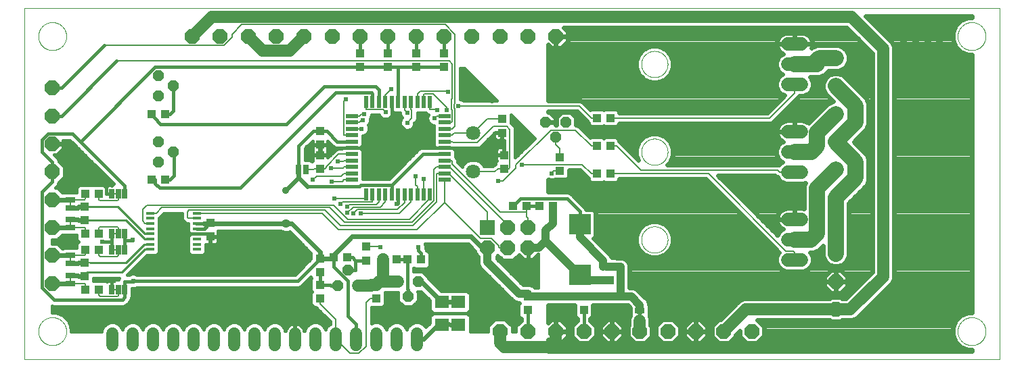
<source format=gtl>
G75*
%MOIN*%
%OFA0B0*%
%FSLAX25Y25*%
%IPPOS*%
%LPD*%
%AMOC8*
5,1,8,0,0,1.08239X$1,22.5*
%
%ADD10C,0.00000*%
%ADD11R,0.05906X0.01969*%
%ADD12R,0.01969X0.05906*%
%ADD13R,0.03900X0.01200*%
%ADD14C,0.06600*%
%ADD15R,0.07400X0.07400*%
%ADD16OC8,0.07400*%
%ADD17R,0.03937X0.04331*%
%ADD18R,0.04331X0.03937*%
%ADD19C,0.07087*%
%ADD20OC8,0.05200*%
%ADD21OC8,0.07087*%
%ADD22R,0.07098X0.06299*%
%ADD23C,0.05937*%
%ADD24R,0.10630X0.10039*%
%ADD25R,0.05000X0.02500*%
%ADD26C,0.01600*%
%ADD27C,0.00800*%
%ADD28R,0.02500X0.05000*%
%ADD29C,0.05906*%
%ADD30C,0.02362*%
%ADD31C,0.03562*%
%ADD32C,0.01575*%
%ADD33C,0.02400*%
%ADD34C,0.03999*%
%ADD35C,0.03937*%
%ADD36C,0.00600*%
%ADD37C,0.07874*%
%ADD38C,0.00984*%
D10*
X0001250Y0001250D02*
X0001250Y0174478D01*
X0481565Y0174478D01*
X0481565Y0001250D01*
X0001250Y0001250D01*
X0008140Y0015030D02*
X0008142Y0015199D01*
X0008148Y0015368D01*
X0008159Y0015537D01*
X0008173Y0015705D01*
X0008192Y0015873D01*
X0008215Y0016041D01*
X0008241Y0016208D01*
X0008272Y0016374D01*
X0008307Y0016540D01*
X0008346Y0016704D01*
X0008390Y0016868D01*
X0008437Y0017030D01*
X0008488Y0017191D01*
X0008543Y0017351D01*
X0008602Y0017510D01*
X0008664Y0017667D01*
X0008731Y0017822D01*
X0008802Y0017976D01*
X0008876Y0018128D01*
X0008954Y0018278D01*
X0009035Y0018426D01*
X0009120Y0018572D01*
X0009209Y0018716D01*
X0009301Y0018858D01*
X0009397Y0018997D01*
X0009496Y0019134D01*
X0009598Y0019269D01*
X0009704Y0019401D01*
X0009813Y0019530D01*
X0009925Y0019657D01*
X0010040Y0019781D01*
X0010158Y0019902D01*
X0010279Y0020020D01*
X0010403Y0020135D01*
X0010530Y0020247D01*
X0010659Y0020356D01*
X0010791Y0020462D01*
X0010926Y0020564D01*
X0011063Y0020663D01*
X0011202Y0020759D01*
X0011344Y0020851D01*
X0011488Y0020940D01*
X0011634Y0021025D01*
X0011782Y0021106D01*
X0011932Y0021184D01*
X0012084Y0021258D01*
X0012238Y0021329D01*
X0012393Y0021396D01*
X0012550Y0021458D01*
X0012709Y0021517D01*
X0012869Y0021572D01*
X0013030Y0021623D01*
X0013192Y0021670D01*
X0013356Y0021714D01*
X0013520Y0021753D01*
X0013686Y0021788D01*
X0013852Y0021819D01*
X0014019Y0021845D01*
X0014187Y0021868D01*
X0014355Y0021887D01*
X0014523Y0021901D01*
X0014692Y0021912D01*
X0014861Y0021918D01*
X0015030Y0021920D01*
X0015199Y0021918D01*
X0015368Y0021912D01*
X0015537Y0021901D01*
X0015705Y0021887D01*
X0015873Y0021868D01*
X0016041Y0021845D01*
X0016208Y0021819D01*
X0016374Y0021788D01*
X0016540Y0021753D01*
X0016704Y0021714D01*
X0016868Y0021670D01*
X0017030Y0021623D01*
X0017191Y0021572D01*
X0017351Y0021517D01*
X0017510Y0021458D01*
X0017667Y0021396D01*
X0017822Y0021329D01*
X0017976Y0021258D01*
X0018128Y0021184D01*
X0018278Y0021106D01*
X0018426Y0021025D01*
X0018572Y0020940D01*
X0018716Y0020851D01*
X0018858Y0020759D01*
X0018997Y0020663D01*
X0019134Y0020564D01*
X0019269Y0020462D01*
X0019401Y0020356D01*
X0019530Y0020247D01*
X0019657Y0020135D01*
X0019781Y0020020D01*
X0019902Y0019902D01*
X0020020Y0019781D01*
X0020135Y0019657D01*
X0020247Y0019530D01*
X0020356Y0019401D01*
X0020462Y0019269D01*
X0020564Y0019134D01*
X0020663Y0018997D01*
X0020759Y0018858D01*
X0020851Y0018716D01*
X0020940Y0018572D01*
X0021025Y0018426D01*
X0021106Y0018278D01*
X0021184Y0018128D01*
X0021258Y0017976D01*
X0021329Y0017822D01*
X0021396Y0017667D01*
X0021458Y0017510D01*
X0021517Y0017351D01*
X0021572Y0017191D01*
X0021623Y0017030D01*
X0021670Y0016868D01*
X0021714Y0016704D01*
X0021753Y0016540D01*
X0021788Y0016374D01*
X0021819Y0016208D01*
X0021845Y0016041D01*
X0021868Y0015873D01*
X0021887Y0015705D01*
X0021901Y0015537D01*
X0021912Y0015368D01*
X0021918Y0015199D01*
X0021920Y0015030D01*
X0021918Y0014861D01*
X0021912Y0014692D01*
X0021901Y0014523D01*
X0021887Y0014355D01*
X0021868Y0014187D01*
X0021845Y0014019D01*
X0021819Y0013852D01*
X0021788Y0013686D01*
X0021753Y0013520D01*
X0021714Y0013356D01*
X0021670Y0013192D01*
X0021623Y0013030D01*
X0021572Y0012869D01*
X0021517Y0012709D01*
X0021458Y0012550D01*
X0021396Y0012393D01*
X0021329Y0012238D01*
X0021258Y0012084D01*
X0021184Y0011932D01*
X0021106Y0011782D01*
X0021025Y0011634D01*
X0020940Y0011488D01*
X0020851Y0011344D01*
X0020759Y0011202D01*
X0020663Y0011063D01*
X0020564Y0010926D01*
X0020462Y0010791D01*
X0020356Y0010659D01*
X0020247Y0010530D01*
X0020135Y0010403D01*
X0020020Y0010279D01*
X0019902Y0010158D01*
X0019781Y0010040D01*
X0019657Y0009925D01*
X0019530Y0009813D01*
X0019401Y0009704D01*
X0019269Y0009598D01*
X0019134Y0009496D01*
X0018997Y0009397D01*
X0018858Y0009301D01*
X0018716Y0009209D01*
X0018572Y0009120D01*
X0018426Y0009035D01*
X0018278Y0008954D01*
X0018128Y0008876D01*
X0017976Y0008802D01*
X0017822Y0008731D01*
X0017667Y0008664D01*
X0017510Y0008602D01*
X0017351Y0008543D01*
X0017191Y0008488D01*
X0017030Y0008437D01*
X0016868Y0008390D01*
X0016704Y0008346D01*
X0016540Y0008307D01*
X0016374Y0008272D01*
X0016208Y0008241D01*
X0016041Y0008215D01*
X0015873Y0008192D01*
X0015705Y0008173D01*
X0015537Y0008159D01*
X0015368Y0008148D01*
X0015199Y0008142D01*
X0015030Y0008140D01*
X0014861Y0008142D01*
X0014692Y0008148D01*
X0014523Y0008159D01*
X0014355Y0008173D01*
X0014187Y0008192D01*
X0014019Y0008215D01*
X0013852Y0008241D01*
X0013686Y0008272D01*
X0013520Y0008307D01*
X0013356Y0008346D01*
X0013192Y0008390D01*
X0013030Y0008437D01*
X0012869Y0008488D01*
X0012709Y0008543D01*
X0012550Y0008602D01*
X0012393Y0008664D01*
X0012238Y0008731D01*
X0012084Y0008802D01*
X0011932Y0008876D01*
X0011782Y0008954D01*
X0011634Y0009035D01*
X0011488Y0009120D01*
X0011344Y0009209D01*
X0011202Y0009301D01*
X0011063Y0009397D01*
X0010926Y0009496D01*
X0010791Y0009598D01*
X0010659Y0009704D01*
X0010530Y0009813D01*
X0010403Y0009925D01*
X0010279Y0010040D01*
X0010158Y0010158D01*
X0010040Y0010279D01*
X0009925Y0010403D01*
X0009813Y0010530D01*
X0009704Y0010659D01*
X0009598Y0010791D01*
X0009496Y0010926D01*
X0009397Y0011063D01*
X0009301Y0011202D01*
X0009209Y0011344D01*
X0009120Y0011488D01*
X0009035Y0011634D01*
X0008954Y0011782D01*
X0008876Y0011932D01*
X0008802Y0012084D01*
X0008731Y0012238D01*
X0008664Y0012393D01*
X0008602Y0012550D01*
X0008543Y0012709D01*
X0008488Y0012869D01*
X0008437Y0013030D01*
X0008390Y0013192D01*
X0008346Y0013356D01*
X0008307Y0013520D01*
X0008272Y0013686D01*
X0008241Y0013852D01*
X0008215Y0014019D01*
X0008192Y0014187D01*
X0008173Y0014355D01*
X0008159Y0014523D01*
X0008148Y0014692D01*
X0008142Y0014861D01*
X0008140Y0015030D01*
X0305081Y0060305D02*
X0305083Y0060466D01*
X0305089Y0060626D01*
X0305099Y0060787D01*
X0305113Y0060947D01*
X0305131Y0061107D01*
X0305152Y0061266D01*
X0305178Y0061425D01*
X0305208Y0061583D01*
X0305241Y0061740D01*
X0305279Y0061897D01*
X0305320Y0062052D01*
X0305365Y0062206D01*
X0305414Y0062359D01*
X0305467Y0062511D01*
X0305523Y0062662D01*
X0305584Y0062811D01*
X0305647Y0062959D01*
X0305715Y0063105D01*
X0305786Y0063249D01*
X0305860Y0063391D01*
X0305938Y0063532D01*
X0306020Y0063670D01*
X0306105Y0063807D01*
X0306193Y0063941D01*
X0306285Y0064073D01*
X0306380Y0064203D01*
X0306478Y0064331D01*
X0306579Y0064456D01*
X0306683Y0064578D01*
X0306790Y0064698D01*
X0306900Y0064815D01*
X0307013Y0064930D01*
X0307129Y0065041D01*
X0307248Y0065150D01*
X0307369Y0065255D01*
X0307493Y0065358D01*
X0307619Y0065458D01*
X0307747Y0065554D01*
X0307878Y0065647D01*
X0308012Y0065737D01*
X0308147Y0065824D01*
X0308285Y0065907D01*
X0308424Y0065987D01*
X0308566Y0066063D01*
X0308709Y0066136D01*
X0308854Y0066205D01*
X0309001Y0066271D01*
X0309149Y0066333D01*
X0309299Y0066391D01*
X0309450Y0066446D01*
X0309603Y0066497D01*
X0309757Y0066544D01*
X0309912Y0066587D01*
X0310068Y0066626D01*
X0310224Y0066662D01*
X0310382Y0066693D01*
X0310540Y0066721D01*
X0310699Y0066745D01*
X0310859Y0066765D01*
X0311019Y0066781D01*
X0311179Y0066793D01*
X0311340Y0066801D01*
X0311501Y0066805D01*
X0311661Y0066805D01*
X0311822Y0066801D01*
X0311983Y0066793D01*
X0312143Y0066781D01*
X0312303Y0066765D01*
X0312463Y0066745D01*
X0312622Y0066721D01*
X0312780Y0066693D01*
X0312938Y0066662D01*
X0313094Y0066626D01*
X0313250Y0066587D01*
X0313405Y0066544D01*
X0313559Y0066497D01*
X0313712Y0066446D01*
X0313863Y0066391D01*
X0314013Y0066333D01*
X0314161Y0066271D01*
X0314308Y0066205D01*
X0314453Y0066136D01*
X0314596Y0066063D01*
X0314738Y0065987D01*
X0314877Y0065907D01*
X0315015Y0065824D01*
X0315150Y0065737D01*
X0315284Y0065647D01*
X0315415Y0065554D01*
X0315543Y0065458D01*
X0315669Y0065358D01*
X0315793Y0065255D01*
X0315914Y0065150D01*
X0316033Y0065041D01*
X0316149Y0064930D01*
X0316262Y0064815D01*
X0316372Y0064698D01*
X0316479Y0064578D01*
X0316583Y0064456D01*
X0316684Y0064331D01*
X0316782Y0064203D01*
X0316877Y0064073D01*
X0316969Y0063941D01*
X0317057Y0063807D01*
X0317142Y0063670D01*
X0317224Y0063532D01*
X0317302Y0063391D01*
X0317376Y0063249D01*
X0317447Y0063105D01*
X0317515Y0062959D01*
X0317578Y0062811D01*
X0317639Y0062662D01*
X0317695Y0062511D01*
X0317748Y0062359D01*
X0317797Y0062206D01*
X0317842Y0062052D01*
X0317883Y0061897D01*
X0317921Y0061740D01*
X0317954Y0061583D01*
X0317984Y0061425D01*
X0318010Y0061266D01*
X0318031Y0061107D01*
X0318049Y0060947D01*
X0318063Y0060787D01*
X0318073Y0060626D01*
X0318079Y0060466D01*
X0318081Y0060305D01*
X0318079Y0060144D01*
X0318073Y0059984D01*
X0318063Y0059823D01*
X0318049Y0059663D01*
X0318031Y0059503D01*
X0318010Y0059344D01*
X0317984Y0059185D01*
X0317954Y0059027D01*
X0317921Y0058870D01*
X0317883Y0058713D01*
X0317842Y0058558D01*
X0317797Y0058404D01*
X0317748Y0058251D01*
X0317695Y0058099D01*
X0317639Y0057948D01*
X0317578Y0057799D01*
X0317515Y0057651D01*
X0317447Y0057505D01*
X0317376Y0057361D01*
X0317302Y0057219D01*
X0317224Y0057078D01*
X0317142Y0056940D01*
X0317057Y0056803D01*
X0316969Y0056669D01*
X0316877Y0056537D01*
X0316782Y0056407D01*
X0316684Y0056279D01*
X0316583Y0056154D01*
X0316479Y0056032D01*
X0316372Y0055912D01*
X0316262Y0055795D01*
X0316149Y0055680D01*
X0316033Y0055569D01*
X0315914Y0055460D01*
X0315793Y0055355D01*
X0315669Y0055252D01*
X0315543Y0055152D01*
X0315415Y0055056D01*
X0315284Y0054963D01*
X0315150Y0054873D01*
X0315015Y0054786D01*
X0314877Y0054703D01*
X0314738Y0054623D01*
X0314596Y0054547D01*
X0314453Y0054474D01*
X0314308Y0054405D01*
X0314161Y0054339D01*
X0314013Y0054277D01*
X0313863Y0054219D01*
X0313712Y0054164D01*
X0313559Y0054113D01*
X0313405Y0054066D01*
X0313250Y0054023D01*
X0313094Y0053984D01*
X0312938Y0053948D01*
X0312780Y0053917D01*
X0312622Y0053889D01*
X0312463Y0053865D01*
X0312303Y0053845D01*
X0312143Y0053829D01*
X0311983Y0053817D01*
X0311822Y0053809D01*
X0311661Y0053805D01*
X0311501Y0053805D01*
X0311340Y0053809D01*
X0311179Y0053817D01*
X0311019Y0053829D01*
X0310859Y0053845D01*
X0310699Y0053865D01*
X0310540Y0053889D01*
X0310382Y0053917D01*
X0310224Y0053948D01*
X0310068Y0053984D01*
X0309912Y0054023D01*
X0309757Y0054066D01*
X0309603Y0054113D01*
X0309450Y0054164D01*
X0309299Y0054219D01*
X0309149Y0054277D01*
X0309001Y0054339D01*
X0308854Y0054405D01*
X0308709Y0054474D01*
X0308566Y0054547D01*
X0308424Y0054623D01*
X0308285Y0054703D01*
X0308147Y0054786D01*
X0308012Y0054873D01*
X0307878Y0054963D01*
X0307747Y0055056D01*
X0307619Y0055152D01*
X0307493Y0055252D01*
X0307369Y0055355D01*
X0307248Y0055460D01*
X0307129Y0055569D01*
X0307013Y0055680D01*
X0306900Y0055795D01*
X0306790Y0055912D01*
X0306683Y0056032D01*
X0306579Y0056154D01*
X0306478Y0056279D01*
X0306380Y0056407D01*
X0306285Y0056537D01*
X0306193Y0056669D01*
X0306105Y0056803D01*
X0306020Y0056940D01*
X0305938Y0057078D01*
X0305860Y0057219D01*
X0305786Y0057361D01*
X0305715Y0057505D01*
X0305647Y0057651D01*
X0305584Y0057799D01*
X0305523Y0057948D01*
X0305467Y0058099D01*
X0305414Y0058251D01*
X0305365Y0058404D01*
X0305320Y0058558D01*
X0305279Y0058713D01*
X0305241Y0058870D01*
X0305208Y0059027D01*
X0305178Y0059185D01*
X0305152Y0059344D01*
X0305131Y0059503D01*
X0305113Y0059663D01*
X0305099Y0059823D01*
X0305089Y0059984D01*
X0305083Y0060144D01*
X0305081Y0060305D01*
X0305081Y0103612D02*
X0305083Y0103773D01*
X0305089Y0103933D01*
X0305099Y0104094D01*
X0305113Y0104254D01*
X0305131Y0104414D01*
X0305152Y0104573D01*
X0305178Y0104732D01*
X0305208Y0104890D01*
X0305241Y0105047D01*
X0305279Y0105204D01*
X0305320Y0105359D01*
X0305365Y0105513D01*
X0305414Y0105666D01*
X0305467Y0105818D01*
X0305523Y0105969D01*
X0305584Y0106118D01*
X0305647Y0106266D01*
X0305715Y0106412D01*
X0305786Y0106556D01*
X0305860Y0106698D01*
X0305938Y0106839D01*
X0306020Y0106977D01*
X0306105Y0107114D01*
X0306193Y0107248D01*
X0306285Y0107380D01*
X0306380Y0107510D01*
X0306478Y0107638D01*
X0306579Y0107763D01*
X0306683Y0107885D01*
X0306790Y0108005D01*
X0306900Y0108122D01*
X0307013Y0108237D01*
X0307129Y0108348D01*
X0307248Y0108457D01*
X0307369Y0108562D01*
X0307493Y0108665D01*
X0307619Y0108765D01*
X0307747Y0108861D01*
X0307878Y0108954D01*
X0308012Y0109044D01*
X0308147Y0109131D01*
X0308285Y0109214D01*
X0308424Y0109294D01*
X0308566Y0109370D01*
X0308709Y0109443D01*
X0308854Y0109512D01*
X0309001Y0109578D01*
X0309149Y0109640D01*
X0309299Y0109698D01*
X0309450Y0109753D01*
X0309603Y0109804D01*
X0309757Y0109851D01*
X0309912Y0109894D01*
X0310068Y0109933D01*
X0310224Y0109969D01*
X0310382Y0110000D01*
X0310540Y0110028D01*
X0310699Y0110052D01*
X0310859Y0110072D01*
X0311019Y0110088D01*
X0311179Y0110100D01*
X0311340Y0110108D01*
X0311501Y0110112D01*
X0311661Y0110112D01*
X0311822Y0110108D01*
X0311983Y0110100D01*
X0312143Y0110088D01*
X0312303Y0110072D01*
X0312463Y0110052D01*
X0312622Y0110028D01*
X0312780Y0110000D01*
X0312938Y0109969D01*
X0313094Y0109933D01*
X0313250Y0109894D01*
X0313405Y0109851D01*
X0313559Y0109804D01*
X0313712Y0109753D01*
X0313863Y0109698D01*
X0314013Y0109640D01*
X0314161Y0109578D01*
X0314308Y0109512D01*
X0314453Y0109443D01*
X0314596Y0109370D01*
X0314738Y0109294D01*
X0314877Y0109214D01*
X0315015Y0109131D01*
X0315150Y0109044D01*
X0315284Y0108954D01*
X0315415Y0108861D01*
X0315543Y0108765D01*
X0315669Y0108665D01*
X0315793Y0108562D01*
X0315914Y0108457D01*
X0316033Y0108348D01*
X0316149Y0108237D01*
X0316262Y0108122D01*
X0316372Y0108005D01*
X0316479Y0107885D01*
X0316583Y0107763D01*
X0316684Y0107638D01*
X0316782Y0107510D01*
X0316877Y0107380D01*
X0316969Y0107248D01*
X0317057Y0107114D01*
X0317142Y0106977D01*
X0317224Y0106839D01*
X0317302Y0106698D01*
X0317376Y0106556D01*
X0317447Y0106412D01*
X0317515Y0106266D01*
X0317578Y0106118D01*
X0317639Y0105969D01*
X0317695Y0105818D01*
X0317748Y0105666D01*
X0317797Y0105513D01*
X0317842Y0105359D01*
X0317883Y0105204D01*
X0317921Y0105047D01*
X0317954Y0104890D01*
X0317984Y0104732D01*
X0318010Y0104573D01*
X0318031Y0104414D01*
X0318049Y0104254D01*
X0318063Y0104094D01*
X0318073Y0103933D01*
X0318079Y0103773D01*
X0318081Y0103612D01*
X0318079Y0103451D01*
X0318073Y0103291D01*
X0318063Y0103130D01*
X0318049Y0102970D01*
X0318031Y0102810D01*
X0318010Y0102651D01*
X0317984Y0102492D01*
X0317954Y0102334D01*
X0317921Y0102177D01*
X0317883Y0102020D01*
X0317842Y0101865D01*
X0317797Y0101711D01*
X0317748Y0101558D01*
X0317695Y0101406D01*
X0317639Y0101255D01*
X0317578Y0101106D01*
X0317515Y0100958D01*
X0317447Y0100812D01*
X0317376Y0100668D01*
X0317302Y0100526D01*
X0317224Y0100385D01*
X0317142Y0100247D01*
X0317057Y0100110D01*
X0316969Y0099976D01*
X0316877Y0099844D01*
X0316782Y0099714D01*
X0316684Y0099586D01*
X0316583Y0099461D01*
X0316479Y0099339D01*
X0316372Y0099219D01*
X0316262Y0099102D01*
X0316149Y0098987D01*
X0316033Y0098876D01*
X0315914Y0098767D01*
X0315793Y0098662D01*
X0315669Y0098559D01*
X0315543Y0098459D01*
X0315415Y0098363D01*
X0315284Y0098270D01*
X0315150Y0098180D01*
X0315015Y0098093D01*
X0314877Y0098010D01*
X0314738Y0097930D01*
X0314596Y0097854D01*
X0314453Y0097781D01*
X0314308Y0097712D01*
X0314161Y0097646D01*
X0314013Y0097584D01*
X0313863Y0097526D01*
X0313712Y0097471D01*
X0313559Y0097420D01*
X0313405Y0097373D01*
X0313250Y0097330D01*
X0313094Y0097291D01*
X0312938Y0097255D01*
X0312780Y0097224D01*
X0312622Y0097196D01*
X0312463Y0097172D01*
X0312303Y0097152D01*
X0312143Y0097136D01*
X0311983Y0097124D01*
X0311822Y0097116D01*
X0311661Y0097112D01*
X0311501Y0097112D01*
X0311340Y0097116D01*
X0311179Y0097124D01*
X0311019Y0097136D01*
X0310859Y0097152D01*
X0310699Y0097172D01*
X0310540Y0097196D01*
X0310382Y0097224D01*
X0310224Y0097255D01*
X0310068Y0097291D01*
X0309912Y0097330D01*
X0309757Y0097373D01*
X0309603Y0097420D01*
X0309450Y0097471D01*
X0309299Y0097526D01*
X0309149Y0097584D01*
X0309001Y0097646D01*
X0308854Y0097712D01*
X0308709Y0097781D01*
X0308566Y0097854D01*
X0308424Y0097930D01*
X0308285Y0098010D01*
X0308147Y0098093D01*
X0308012Y0098180D01*
X0307878Y0098270D01*
X0307747Y0098363D01*
X0307619Y0098459D01*
X0307493Y0098559D01*
X0307369Y0098662D01*
X0307248Y0098767D01*
X0307129Y0098876D01*
X0307013Y0098987D01*
X0306900Y0099102D01*
X0306790Y0099219D01*
X0306683Y0099339D01*
X0306579Y0099461D01*
X0306478Y0099586D01*
X0306380Y0099714D01*
X0306285Y0099844D01*
X0306193Y0099976D01*
X0306105Y0100110D01*
X0306020Y0100247D01*
X0305938Y0100385D01*
X0305860Y0100526D01*
X0305786Y0100668D01*
X0305715Y0100812D01*
X0305647Y0100958D01*
X0305584Y0101106D01*
X0305523Y0101255D01*
X0305467Y0101406D01*
X0305414Y0101558D01*
X0305365Y0101711D01*
X0305320Y0101865D01*
X0305279Y0102020D01*
X0305241Y0102177D01*
X0305208Y0102334D01*
X0305178Y0102492D01*
X0305152Y0102651D01*
X0305131Y0102810D01*
X0305113Y0102970D01*
X0305099Y0103130D01*
X0305089Y0103291D01*
X0305083Y0103451D01*
X0305081Y0103612D01*
X0305081Y0146919D02*
X0305083Y0147080D01*
X0305089Y0147240D01*
X0305099Y0147401D01*
X0305113Y0147561D01*
X0305131Y0147721D01*
X0305152Y0147880D01*
X0305178Y0148039D01*
X0305208Y0148197D01*
X0305241Y0148354D01*
X0305279Y0148511D01*
X0305320Y0148666D01*
X0305365Y0148820D01*
X0305414Y0148973D01*
X0305467Y0149125D01*
X0305523Y0149276D01*
X0305584Y0149425D01*
X0305647Y0149573D01*
X0305715Y0149719D01*
X0305786Y0149863D01*
X0305860Y0150005D01*
X0305938Y0150146D01*
X0306020Y0150284D01*
X0306105Y0150421D01*
X0306193Y0150555D01*
X0306285Y0150687D01*
X0306380Y0150817D01*
X0306478Y0150945D01*
X0306579Y0151070D01*
X0306683Y0151192D01*
X0306790Y0151312D01*
X0306900Y0151429D01*
X0307013Y0151544D01*
X0307129Y0151655D01*
X0307248Y0151764D01*
X0307369Y0151869D01*
X0307493Y0151972D01*
X0307619Y0152072D01*
X0307747Y0152168D01*
X0307878Y0152261D01*
X0308012Y0152351D01*
X0308147Y0152438D01*
X0308285Y0152521D01*
X0308424Y0152601D01*
X0308566Y0152677D01*
X0308709Y0152750D01*
X0308854Y0152819D01*
X0309001Y0152885D01*
X0309149Y0152947D01*
X0309299Y0153005D01*
X0309450Y0153060D01*
X0309603Y0153111D01*
X0309757Y0153158D01*
X0309912Y0153201D01*
X0310068Y0153240D01*
X0310224Y0153276D01*
X0310382Y0153307D01*
X0310540Y0153335D01*
X0310699Y0153359D01*
X0310859Y0153379D01*
X0311019Y0153395D01*
X0311179Y0153407D01*
X0311340Y0153415D01*
X0311501Y0153419D01*
X0311661Y0153419D01*
X0311822Y0153415D01*
X0311983Y0153407D01*
X0312143Y0153395D01*
X0312303Y0153379D01*
X0312463Y0153359D01*
X0312622Y0153335D01*
X0312780Y0153307D01*
X0312938Y0153276D01*
X0313094Y0153240D01*
X0313250Y0153201D01*
X0313405Y0153158D01*
X0313559Y0153111D01*
X0313712Y0153060D01*
X0313863Y0153005D01*
X0314013Y0152947D01*
X0314161Y0152885D01*
X0314308Y0152819D01*
X0314453Y0152750D01*
X0314596Y0152677D01*
X0314738Y0152601D01*
X0314877Y0152521D01*
X0315015Y0152438D01*
X0315150Y0152351D01*
X0315284Y0152261D01*
X0315415Y0152168D01*
X0315543Y0152072D01*
X0315669Y0151972D01*
X0315793Y0151869D01*
X0315914Y0151764D01*
X0316033Y0151655D01*
X0316149Y0151544D01*
X0316262Y0151429D01*
X0316372Y0151312D01*
X0316479Y0151192D01*
X0316583Y0151070D01*
X0316684Y0150945D01*
X0316782Y0150817D01*
X0316877Y0150687D01*
X0316969Y0150555D01*
X0317057Y0150421D01*
X0317142Y0150284D01*
X0317224Y0150146D01*
X0317302Y0150005D01*
X0317376Y0149863D01*
X0317447Y0149719D01*
X0317515Y0149573D01*
X0317578Y0149425D01*
X0317639Y0149276D01*
X0317695Y0149125D01*
X0317748Y0148973D01*
X0317797Y0148820D01*
X0317842Y0148666D01*
X0317883Y0148511D01*
X0317921Y0148354D01*
X0317954Y0148197D01*
X0317984Y0148039D01*
X0318010Y0147880D01*
X0318031Y0147721D01*
X0318049Y0147561D01*
X0318063Y0147401D01*
X0318073Y0147240D01*
X0318079Y0147080D01*
X0318081Y0146919D01*
X0318079Y0146758D01*
X0318073Y0146598D01*
X0318063Y0146437D01*
X0318049Y0146277D01*
X0318031Y0146117D01*
X0318010Y0145958D01*
X0317984Y0145799D01*
X0317954Y0145641D01*
X0317921Y0145484D01*
X0317883Y0145327D01*
X0317842Y0145172D01*
X0317797Y0145018D01*
X0317748Y0144865D01*
X0317695Y0144713D01*
X0317639Y0144562D01*
X0317578Y0144413D01*
X0317515Y0144265D01*
X0317447Y0144119D01*
X0317376Y0143975D01*
X0317302Y0143833D01*
X0317224Y0143692D01*
X0317142Y0143554D01*
X0317057Y0143417D01*
X0316969Y0143283D01*
X0316877Y0143151D01*
X0316782Y0143021D01*
X0316684Y0142893D01*
X0316583Y0142768D01*
X0316479Y0142646D01*
X0316372Y0142526D01*
X0316262Y0142409D01*
X0316149Y0142294D01*
X0316033Y0142183D01*
X0315914Y0142074D01*
X0315793Y0141969D01*
X0315669Y0141866D01*
X0315543Y0141766D01*
X0315415Y0141670D01*
X0315284Y0141577D01*
X0315150Y0141487D01*
X0315015Y0141400D01*
X0314877Y0141317D01*
X0314738Y0141237D01*
X0314596Y0141161D01*
X0314453Y0141088D01*
X0314308Y0141019D01*
X0314161Y0140953D01*
X0314013Y0140891D01*
X0313863Y0140833D01*
X0313712Y0140778D01*
X0313559Y0140727D01*
X0313405Y0140680D01*
X0313250Y0140637D01*
X0313094Y0140598D01*
X0312938Y0140562D01*
X0312780Y0140531D01*
X0312622Y0140503D01*
X0312463Y0140479D01*
X0312303Y0140459D01*
X0312143Y0140443D01*
X0311983Y0140431D01*
X0311822Y0140423D01*
X0311661Y0140419D01*
X0311501Y0140419D01*
X0311340Y0140423D01*
X0311179Y0140431D01*
X0311019Y0140443D01*
X0310859Y0140459D01*
X0310699Y0140479D01*
X0310540Y0140503D01*
X0310382Y0140531D01*
X0310224Y0140562D01*
X0310068Y0140598D01*
X0309912Y0140637D01*
X0309757Y0140680D01*
X0309603Y0140727D01*
X0309450Y0140778D01*
X0309299Y0140833D01*
X0309149Y0140891D01*
X0309001Y0140953D01*
X0308854Y0141019D01*
X0308709Y0141088D01*
X0308566Y0141161D01*
X0308424Y0141237D01*
X0308285Y0141317D01*
X0308147Y0141400D01*
X0308012Y0141487D01*
X0307878Y0141577D01*
X0307747Y0141670D01*
X0307619Y0141766D01*
X0307493Y0141866D01*
X0307369Y0141969D01*
X0307248Y0142074D01*
X0307129Y0142183D01*
X0307013Y0142294D01*
X0306900Y0142409D01*
X0306790Y0142526D01*
X0306683Y0142646D01*
X0306579Y0142768D01*
X0306478Y0142893D01*
X0306380Y0143021D01*
X0306285Y0143151D01*
X0306193Y0143283D01*
X0306105Y0143417D01*
X0306020Y0143554D01*
X0305938Y0143692D01*
X0305860Y0143833D01*
X0305786Y0143975D01*
X0305715Y0144119D01*
X0305647Y0144265D01*
X0305584Y0144413D01*
X0305523Y0144562D01*
X0305467Y0144713D01*
X0305414Y0144865D01*
X0305365Y0145018D01*
X0305320Y0145172D01*
X0305279Y0145327D01*
X0305241Y0145484D01*
X0305208Y0145641D01*
X0305178Y0145799D01*
X0305152Y0145958D01*
X0305131Y0146117D01*
X0305113Y0146277D01*
X0305099Y0146437D01*
X0305089Y0146598D01*
X0305083Y0146758D01*
X0305081Y0146919D01*
X0460895Y0160699D02*
X0460897Y0160868D01*
X0460903Y0161037D01*
X0460914Y0161206D01*
X0460928Y0161374D01*
X0460947Y0161542D01*
X0460970Y0161710D01*
X0460996Y0161877D01*
X0461027Y0162043D01*
X0461062Y0162209D01*
X0461101Y0162373D01*
X0461145Y0162537D01*
X0461192Y0162699D01*
X0461243Y0162860D01*
X0461298Y0163020D01*
X0461357Y0163179D01*
X0461419Y0163336D01*
X0461486Y0163491D01*
X0461557Y0163645D01*
X0461631Y0163797D01*
X0461709Y0163947D01*
X0461790Y0164095D01*
X0461875Y0164241D01*
X0461964Y0164385D01*
X0462056Y0164527D01*
X0462152Y0164666D01*
X0462251Y0164803D01*
X0462353Y0164938D01*
X0462459Y0165070D01*
X0462568Y0165199D01*
X0462680Y0165326D01*
X0462795Y0165450D01*
X0462913Y0165571D01*
X0463034Y0165689D01*
X0463158Y0165804D01*
X0463285Y0165916D01*
X0463414Y0166025D01*
X0463546Y0166131D01*
X0463681Y0166233D01*
X0463818Y0166332D01*
X0463957Y0166428D01*
X0464099Y0166520D01*
X0464243Y0166609D01*
X0464389Y0166694D01*
X0464537Y0166775D01*
X0464687Y0166853D01*
X0464839Y0166927D01*
X0464993Y0166998D01*
X0465148Y0167065D01*
X0465305Y0167127D01*
X0465464Y0167186D01*
X0465624Y0167241D01*
X0465785Y0167292D01*
X0465947Y0167339D01*
X0466111Y0167383D01*
X0466275Y0167422D01*
X0466441Y0167457D01*
X0466607Y0167488D01*
X0466774Y0167514D01*
X0466942Y0167537D01*
X0467110Y0167556D01*
X0467278Y0167570D01*
X0467447Y0167581D01*
X0467616Y0167587D01*
X0467785Y0167589D01*
X0467954Y0167587D01*
X0468123Y0167581D01*
X0468292Y0167570D01*
X0468460Y0167556D01*
X0468628Y0167537D01*
X0468796Y0167514D01*
X0468963Y0167488D01*
X0469129Y0167457D01*
X0469295Y0167422D01*
X0469459Y0167383D01*
X0469623Y0167339D01*
X0469785Y0167292D01*
X0469946Y0167241D01*
X0470106Y0167186D01*
X0470265Y0167127D01*
X0470422Y0167065D01*
X0470577Y0166998D01*
X0470731Y0166927D01*
X0470883Y0166853D01*
X0471033Y0166775D01*
X0471181Y0166694D01*
X0471327Y0166609D01*
X0471471Y0166520D01*
X0471613Y0166428D01*
X0471752Y0166332D01*
X0471889Y0166233D01*
X0472024Y0166131D01*
X0472156Y0166025D01*
X0472285Y0165916D01*
X0472412Y0165804D01*
X0472536Y0165689D01*
X0472657Y0165571D01*
X0472775Y0165450D01*
X0472890Y0165326D01*
X0473002Y0165199D01*
X0473111Y0165070D01*
X0473217Y0164938D01*
X0473319Y0164803D01*
X0473418Y0164666D01*
X0473514Y0164527D01*
X0473606Y0164385D01*
X0473695Y0164241D01*
X0473780Y0164095D01*
X0473861Y0163947D01*
X0473939Y0163797D01*
X0474013Y0163645D01*
X0474084Y0163491D01*
X0474151Y0163336D01*
X0474213Y0163179D01*
X0474272Y0163020D01*
X0474327Y0162860D01*
X0474378Y0162699D01*
X0474425Y0162537D01*
X0474469Y0162373D01*
X0474508Y0162209D01*
X0474543Y0162043D01*
X0474574Y0161877D01*
X0474600Y0161710D01*
X0474623Y0161542D01*
X0474642Y0161374D01*
X0474656Y0161206D01*
X0474667Y0161037D01*
X0474673Y0160868D01*
X0474675Y0160699D01*
X0474673Y0160530D01*
X0474667Y0160361D01*
X0474656Y0160192D01*
X0474642Y0160024D01*
X0474623Y0159856D01*
X0474600Y0159688D01*
X0474574Y0159521D01*
X0474543Y0159355D01*
X0474508Y0159189D01*
X0474469Y0159025D01*
X0474425Y0158861D01*
X0474378Y0158699D01*
X0474327Y0158538D01*
X0474272Y0158378D01*
X0474213Y0158219D01*
X0474151Y0158062D01*
X0474084Y0157907D01*
X0474013Y0157753D01*
X0473939Y0157601D01*
X0473861Y0157451D01*
X0473780Y0157303D01*
X0473695Y0157157D01*
X0473606Y0157013D01*
X0473514Y0156871D01*
X0473418Y0156732D01*
X0473319Y0156595D01*
X0473217Y0156460D01*
X0473111Y0156328D01*
X0473002Y0156199D01*
X0472890Y0156072D01*
X0472775Y0155948D01*
X0472657Y0155827D01*
X0472536Y0155709D01*
X0472412Y0155594D01*
X0472285Y0155482D01*
X0472156Y0155373D01*
X0472024Y0155267D01*
X0471889Y0155165D01*
X0471752Y0155066D01*
X0471613Y0154970D01*
X0471471Y0154878D01*
X0471327Y0154789D01*
X0471181Y0154704D01*
X0471033Y0154623D01*
X0470883Y0154545D01*
X0470731Y0154471D01*
X0470577Y0154400D01*
X0470422Y0154333D01*
X0470265Y0154271D01*
X0470106Y0154212D01*
X0469946Y0154157D01*
X0469785Y0154106D01*
X0469623Y0154059D01*
X0469459Y0154015D01*
X0469295Y0153976D01*
X0469129Y0153941D01*
X0468963Y0153910D01*
X0468796Y0153884D01*
X0468628Y0153861D01*
X0468460Y0153842D01*
X0468292Y0153828D01*
X0468123Y0153817D01*
X0467954Y0153811D01*
X0467785Y0153809D01*
X0467616Y0153811D01*
X0467447Y0153817D01*
X0467278Y0153828D01*
X0467110Y0153842D01*
X0466942Y0153861D01*
X0466774Y0153884D01*
X0466607Y0153910D01*
X0466441Y0153941D01*
X0466275Y0153976D01*
X0466111Y0154015D01*
X0465947Y0154059D01*
X0465785Y0154106D01*
X0465624Y0154157D01*
X0465464Y0154212D01*
X0465305Y0154271D01*
X0465148Y0154333D01*
X0464993Y0154400D01*
X0464839Y0154471D01*
X0464687Y0154545D01*
X0464537Y0154623D01*
X0464389Y0154704D01*
X0464243Y0154789D01*
X0464099Y0154878D01*
X0463957Y0154970D01*
X0463818Y0155066D01*
X0463681Y0155165D01*
X0463546Y0155267D01*
X0463414Y0155373D01*
X0463285Y0155482D01*
X0463158Y0155594D01*
X0463034Y0155709D01*
X0462913Y0155827D01*
X0462795Y0155948D01*
X0462680Y0156072D01*
X0462568Y0156199D01*
X0462459Y0156328D01*
X0462353Y0156460D01*
X0462251Y0156595D01*
X0462152Y0156732D01*
X0462056Y0156871D01*
X0461964Y0157013D01*
X0461875Y0157157D01*
X0461790Y0157303D01*
X0461709Y0157451D01*
X0461631Y0157601D01*
X0461557Y0157753D01*
X0461486Y0157907D01*
X0461419Y0158062D01*
X0461357Y0158219D01*
X0461298Y0158378D01*
X0461243Y0158538D01*
X0461192Y0158699D01*
X0461145Y0158861D01*
X0461101Y0159025D01*
X0461062Y0159189D01*
X0461027Y0159355D01*
X0460996Y0159521D01*
X0460970Y0159688D01*
X0460947Y0159856D01*
X0460928Y0160024D01*
X0460914Y0160192D01*
X0460903Y0160361D01*
X0460897Y0160530D01*
X0460895Y0160699D01*
X0460895Y0015030D02*
X0460897Y0015199D01*
X0460903Y0015368D01*
X0460914Y0015537D01*
X0460928Y0015705D01*
X0460947Y0015873D01*
X0460970Y0016041D01*
X0460996Y0016208D01*
X0461027Y0016374D01*
X0461062Y0016540D01*
X0461101Y0016704D01*
X0461145Y0016868D01*
X0461192Y0017030D01*
X0461243Y0017191D01*
X0461298Y0017351D01*
X0461357Y0017510D01*
X0461419Y0017667D01*
X0461486Y0017822D01*
X0461557Y0017976D01*
X0461631Y0018128D01*
X0461709Y0018278D01*
X0461790Y0018426D01*
X0461875Y0018572D01*
X0461964Y0018716D01*
X0462056Y0018858D01*
X0462152Y0018997D01*
X0462251Y0019134D01*
X0462353Y0019269D01*
X0462459Y0019401D01*
X0462568Y0019530D01*
X0462680Y0019657D01*
X0462795Y0019781D01*
X0462913Y0019902D01*
X0463034Y0020020D01*
X0463158Y0020135D01*
X0463285Y0020247D01*
X0463414Y0020356D01*
X0463546Y0020462D01*
X0463681Y0020564D01*
X0463818Y0020663D01*
X0463957Y0020759D01*
X0464099Y0020851D01*
X0464243Y0020940D01*
X0464389Y0021025D01*
X0464537Y0021106D01*
X0464687Y0021184D01*
X0464839Y0021258D01*
X0464993Y0021329D01*
X0465148Y0021396D01*
X0465305Y0021458D01*
X0465464Y0021517D01*
X0465624Y0021572D01*
X0465785Y0021623D01*
X0465947Y0021670D01*
X0466111Y0021714D01*
X0466275Y0021753D01*
X0466441Y0021788D01*
X0466607Y0021819D01*
X0466774Y0021845D01*
X0466942Y0021868D01*
X0467110Y0021887D01*
X0467278Y0021901D01*
X0467447Y0021912D01*
X0467616Y0021918D01*
X0467785Y0021920D01*
X0467954Y0021918D01*
X0468123Y0021912D01*
X0468292Y0021901D01*
X0468460Y0021887D01*
X0468628Y0021868D01*
X0468796Y0021845D01*
X0468963Y0021819D01*
X0469129Y0021788D01*
X0469295Y0021753D01*
X0469459Y0021714D01*
X0469623Y0021670D01*
X0469785Y0021623D01*
X0469946Y0021572D01*
X0470106Y0021517D01*
X0470265Y0021458D01*
X0470422Y0021396D01*
X0470577Y0021329D01*
X0470731Y0021258D01*
X0470883Y0021184D01*
X0471033Y0021106D01*
X0471181Y0021025D01*
X0471327Y0020940D01*
X0471471Y0020851D01*
X0471613Y0020759D01*
X0471752Y0020663D01*
X0471889Y0020564D01*
X0472024Y0020462D01*
X0472156Y0020356D01*
X0472285Y0020247D01*
X0472412Y0020135D01*
X0472536Y0020020D01*
X0472657Y0019902D01*
X0472775Y0019781D01*
X0472890Y0019657D01*
X0473002Y0019530D01*
X0473111Y0019401D01*
X0473217Y0019269D01*
X0473319Y0019134D01*
X0473418Y0018997D01*
X0473514Y0018858D01*
X0473606Y0018716D01*
X0473695Y0018572D01*
X0473780Y0018426D01*
X0473861Y0018278D01*
X0473939Y0018128D01*
X0474013Y0017976D01*
X0474084Y0017822D01*
X0474151Y0017667D01*
X0474213Y0017510D01*
X0474272Y0017351D01*
X0474327Y0017191D01*
X0474378Y0017030D01*
X0474425Y0016868D01*
X0474469Y0016704D01*
X0474508Y0016540D01*
X0474543Y0016374D01*
X0474574Y0016208D01*
X0474600Y0016041D01*
X0474623Y0015873D01*
X0474642Y0015705D01*
X0474656Y0015537D01*
X0474667Y0015368D01*
X0474673Y0015199D01*
X0474675Y0015030D01*
X0474673Y0014861D01*
X0474667Y0014692D01*
X0474656Y0014523D01*
X0474642Y0014355D01*
X0474623Y0014187D01*
X0474600Y0014019D01*
X0474574Y0013852D01*
X0474543Y0013686D01*
X0474508Y0013520D01*
X0474469Y0013356D01*
X0474425Y0013192D01*
X0474378Y0013030D01*
X0474327Y0012869D01*
X0474272Y0012709D01*
X0474213Y0012550D01*
X0474151Y0012393D01*
X0474084Y0012238D01*
X0474013Y0012084D01*
X0473939Y0011932D01*
X0473861Y0011782D01*
X0473780Y0011634D01*
X0473695Y0011488D01*
X0473606Y0011344D01*
X0473514Y0011202D01*
X0473418Y0011063D01*
X0473319Y0010926D01*
X0473217Y0010791D01*
X0473111Y0010659D01*
X0473002Y0010530D01*
X0472890Y0010403D01*
X0472775Y0010279D01*
X0472657Y0010158D01*
X0472536Y0010040D01*
X0472412Y0009925D01*
X0472285Y0009813D01*
X0472156Y0009704D01*
X0472024Y0009598D01*
X0471889Y0009496D01*
X0471752Y0009397D01*
X0471613Y0009301D01*
X0471471Y0009209D01*
X0471327Y0009120D01*
X0471181Y0009035D01*
X0471033Y0008954D01*
X0470883Y0008876D01*
X0470731Y0008802D01*
X0470577Y0008731D01*
X0470422Y0008664D01*
X0470265Y0008602D01*
X0470106Y0008543D01*
X0469946Y0008488D01*
X0469785Y0008437D01*
X0469623Y0008390D01*
X0469459Y0008346D01*
X0469295Y0008307D01*
X0469129Y0008272D01*
X0468963Y0008241D01*
X0468796Y0008215D01*
X0468628Y0008192D01*
X0468460Y0008173D01*
X0468292Y0008159D01*
X0468123Y0008148D01*
X0467954Y0008142D01*
X0467785Y0008140D01*
X0467616Y0008142D01*
X0467447Y0008148D01*
X0467278Y0008159D01*
X0467110Y0008173D01*
X0466942Y0008192D01*
X0466774Y0008215D01*
X0466607Y0008241D01*
X0466441Y0008272D01*
X0466275Y0008307D01*
X0466111Y0008346D01*
X0465947Y0008390D01*
X0465785Y0008437D01*
X0465624Y0008488D01*
X0465464Y0008543D01*
X0465305Y0008602D01*
X0465148Y0008664D01*
X0464993Y0008731D01*
X0464839Y0008802D01*
X0464687Y0008876D01*
X0464537Y0008954D01*
X0464389Y0009035D01*
X0464243Y0009120D01*
X0464099Y0009209D01*
X0463957Y0009301D01*
X0463818Y0009397D01*
X0463681Y0009496D01*
X0463546Y0009598D01*
X0463414Y0009704D01*
X0463285Y0009813D01*
X0463158Y0009925D01*
X0463034Y0010040D01*
X0462913Y0010158D01*
X0462795Y0010279D01*
X0462680Y0010403D01*
X0462568Y0010530D01*
X0462459Y0010659D01*
X0462353Y0010791D01*
X0462251Y0010926D01*
X0462152Y0011063D01*
X0462056Y0011202D01*
X0461964Y0011344D01*
X0461875Y0011488D01*
X0461790Y0011634D01*
X0461709Y0011782D01*
X0461631Y0011932D01*
X0461557Y0012084D01*
X0461486Y0012238D01*
X0461419Y0012393D01*
X0461357Y0012550D01*
X0461298Y0012709D01*
X0461243Y0012869D01*
X0461192Y0013030D01*
X0461145Y0013192D01*
X0461101Y0013356D01*
X0461062Y0013520D01*
X0461027Y0013686D01*
X0460996Y0013852D01*
X0460970Y0014019D01*
X0460947Y0014187D01*
X0460928Y0014355D01*
X0460914Y0014523D01*
X0460903Y0014692D01*
X0460897Y0014861D01*
X0460895Y0015030D01*
X0008140Y0160699D02*
X0008142Y0160868D01*
X0008148Y0161037D01*
X0008159Y0161206D01*
X0008173Y0161374D01*
X0008192Y0161542D01*
X0008215Y0161710D01*
X0008241Y0161877D01*
X0008272Y0162043D01*
X0008307Y0162209D01*
X0008346Y0162373D01*
X0008390Y0162537D01*
X0008437Y0162699D01*
X0008488Y0162860D01*
X0008543Y0163020D01*
X0008602Y0163179D01*
X0008664Y0163336D01*
X0008731Y0163491D01*
X0008802Y0163645D01*
X0008876Y0163797D01*
X0008954Y0163947D01*
X0009035Y0164095D01*
X0009120Y0164241D01*
X0009209Y0164385D01*
X0009301Y0164527D01*
X0009397Y0164666D01*
X0009496Y0164803D01*
X0009598Y0164938D01*
X0009704Y0165070D01*
X0009813Y0165199D01*
X0009925Y0165326D01*
X0010040Y0165450D01*
X0010158Y0165571D01*
X0010279Y0165689D01*
X0010403Y0165804D01*
X0010530Y0165916D01*
X0010659Y0166025D01*
X0010791Y0166131D01*
X0010926Y0166233D01*
X0011063Y0166332D01*
X0011202Y0166428D01*
X0011344Y0166520D01*
X0011488Y0166609D01*
X0011634Y0166694D01*
X0011782Y0166775D01*
X0011932Y0166853D01*
X0012084Y0166927D01*
X0012238Y0166998D01*
X0012393Y0167065D01*
X0012550Y0167127D01*
X0012709Y0167186D01*
X0012869Y0167241D01*
X0013030Y0167292D01*
X0013192Y0167339D01*
X0013356Y0167383D01*
X0013520Y0167422D01*
X0013686Y0167457D01*
X0013852Y0167488D01*
X0014019Y0167514D01*
X0014187Y0167537D01*
X0014355Y0167556D01*
X0014523Y0167570D01*
X0014692Y0167581D01*
X0014861Y0167587D01*
X0015030Y0167589D01*
X0015199Y0167587D01*
X0015368Y0167581D01*
X0015537Y0167570D01*
X0015705Y0167556D01*
X0015873Y0167537D01*
X0016041Y0167514D01*
X0016208Y0167488D01*
X0016374Y0167457D01*
X0016540Y0167422D01*
X0016704Y0167383D01*
X0016868Y0167339D01*
X0017030Y0167292D01*
X0017191Y0167241D01*
X0017351Y0167186D01*
X0017510Y0167127D01*
X0017667Y0167065D01*
X0017822Y0166998D01*
X0017976Y0166927D01*
X0018128Y0166853D01*
X0018278Y0166775D01*
X0018426Y0166694D01*
X0018572Y0166609D01*
X0018716Y0166520D01*
X0018858Y0166428D01*
X0018997Y0166332D01*
X0019134Y0166233D01*
X0019269Y0166131D01*
X0019401Y0166025D01*
X0019530Y0165916D01*
X0019657Y0165804D01*
X0019781Y0165689D01*
X0019902Y0165571D01*
X0020020Y0165450D01*
X0020135Y0165326D01*
X0020247Y0165199D01*
X0020356Y0165070D01*
X0020462Y0164938D01*
X0020564Y0164803D01*
X0020663Y0164666D01*
X0020759Y0164527D01*
X0020851Y0164385D01*
X0020940Y0164241D01*
X0021025Y0164095D01*
X0021106Y0163947D01*
X0021184Y0163797D01*
X0021258Y0163645D01*
X0021329Y0163491D01*
X0021396Y0163336D01*
X0021458Y0163179D01*
X0021517Y0163020D01*
X0021572Y0162860D01*
X0021623Y0162699D01*
X0021670Y0162537D01*
X0021714Y0162373D01*
X0021753Y0162209D01*
X0021788Y0162043D01*
X0021819Y0161877D01*
X0021845Y0161710D01*
X0021868Y0161542D01*
X0021887Y0161374D01*
X0021901Y0161206D01*
X0021912Y0161037D01*
X0021918Y0160868D01*
X0021920Y0160699D01*
X0021918Y0160530D01*
X0021912Y0160361D01*
X0021901Y0160192D01*
X0021887Y0160024D01*
X0021868Y0159856D01*
X0021845Y0159688D01*
X0021819Y0159521D01*
X0021788Y0159355D01*
X0021753Y0159189D01*
X0021714Y0159025D01*
X0021670Y0158861D01*
X0021623Y0158699D01*
X0021572Y0158538D01*
X0021517Y0158378D01*
X0021458Y0158219D01*
X0021396Y0158062D01*
X0021329Y0157907D01*
X0021258Y0157753D01*
X0021184Y0157601D01*
X0021106Y0157451D01*
X0021025Y0157303D01*
X0020940Y0157157D01*
X0020851Y0157013D01*
X0020759Y0156871D01*
X0020663Y0156732D01*
X0020564Y0156595D01*
X0020462Y0156460D01*
X0020356Y0156328D01*
X0020247Y0156199D01*
X0020135Y0156072D01*
X0020020Y0155948D01*
X0019902Y0155827D01*
X0019781Y0155709D01*
X0019657Y0155594D01*
X0019530Y0155482D01*
X0019401Y0155373D01*
X0019269Y0155267D01*
X0019134Y0155165D01*
X0018997Y0155066D01*
X0018858Y0154970D01*
X0018716Y0154878D01*
X0018572Y0154789D01*
X0018426Y0154704D01*
X0018278Y0154623D01*
X0018128Y0154545D01*
X0017976Y0154471D01*
X0017822Y0154400D01*
X0017667Y0154333D01*
X0017510Y0154271D01*
X0017351Y0154212D01*
X0017191Y0154157D01*
X0017030Y0154106D01*
X0016868Y0154059D01*
X0016704Y0154015D01*
X0016540Y0153976D01*
X0016374Y0153941D01*
X0016208Y0153910D01*
X0016041Y0153884D01*
X0015873Y0153861D01*
X0015705Y0153842D01*
X0015537Y0153828D01*
X0015368Y0153817D01*
X0015199Y0153811D01*
X0015030Y0153809D01*
X0014861Y0153811D01*
X0014692Y0153817D01*
X0014523Y0153828D01*
X0014355Y0153842D01*
X0014187Y0153861D01*
X0014019Y0153884D01*
X0013852Y0153910D01*
X0013686Y0153941D01*
X0013520Y0153976D01*
X0013356Y0154015D01*
X0013192Y0154059D01*
X0013030Y0154106D01*
X0012869Y0154157D01*
X0012709Y0154212D01*
X0012550Y0154271D01*
X0012393Y0154333D01*
X0012238Y0154400D01*
X0012084Y0154471D01*
X0011932Y0154545D01*
X0011782Y0154623D01*
X0011634Y0154704D01*
X0011488Y0154789D01*
X0011344Y0154878D01*
X0011202Y0154970D01*
X0011063Y0155066D01*
X0010926Y0155165D01*
X0010791Y0155267D01*
X0010659Y0155373D01*
X0010530Y0155482D01*
X0010403Y0155594D01*
X0010279Y0155709D01*
X0010158Y0155827D01*
X0010040Y0155948D01*
X0009925Y0156072D01*
X0009813Y0156199D01*
X0009704Y0156328D01*
X0009598Y0156460D01*
X0009496Y0156595D01*
X0009397Y0156732D01*
X0009301Y0156871D01*
X0009209Y0157013D01*
X0009120Y0157157D01*
X0009035Y0157303D01*
X0008954Y0157451D01*
X0008876Y0157601D01*
X0008802Y0157753D01*
X0008731Y0157907D01*
X0008664Y0158062D01*
X0008602Y0158219D01*
X0008543Y0158378D01*
X0008488Y0158538D01*
X0008437Y0158699D01*
X0008390Y0158861D01*
X0008346Y0159025D01*
X0008307Y0159189D01*
X0008272Y0159355D01*
X0008241Y0159521D01*
X0008215Y0159688D01*
X0008192Y0159856D01*
X0008173Y0160024D01*
X0008159Y0160192D01*
X0008148Y0160361D01*
X0008142Y0160530D01*
X0008140Y0160699D01*
D11*
X0162470Y0121329D03*
X0162470Y0118179D03*
X0162470Y0115030D03*
X0162470Y0111880D03*
X0162470Y0108730D03*
X0162470Y0105581D03*
X0162470Y0102431D03*
X0162470Y0099281D03*
X0162470Y0096132D03*
X0162470Y0092982D03*
X0162470Y0089833D03*
X0208140Y0089833D03*
X0208140Y0092982D03*
X0208140Y0096132D03*
X0208140Y0099281D03*
X0208140Y0102431D03*
X0208140Y0105581D03*
X0208140Y0108730D03*
X0208140Y0111880D03*
X0208140Y0115030D03*
X0208140Y0118179D03*
X0208140Y0121329D03*
D12*
X0201053Y0128415D03*
X0197904Y0128415D03*
X0194754Y0128415D03*
X0191604Y0128415D03*
X0188455Y0128415D03*
X0185305Y0128415D03*
X0182156Y0128415D03*
X0179006Y0128415D03*
X0175856Y0128415D03*
X0172707Y0128415D03*
X0169557Y0128415D03*
X0169557Y0082746D03*
X0172707Y0082746D03*
X0175856Y0082746D03*
X0179006Y0082746D03*
X0182156Y0082746D03*
X0185305Y0082746D03*
X0188455Y0082746D03*
X0191604Y0082746D03*
X0194754Y0082746D03*
X0197904Y0082746D03*
X0201053Y0082746D03*
D13*
X0086320Y0073356D03*
X0086320Y0070797D03*
X0086320Y0068238D03*
X0086320Y0065679D03*
X0086320Y0063120D03*
X0086320Y0060561D03*
X0086320Y0058002D03*
X0086320Y0055443D03*
X0063345Y0055443D03*
X0063345Y0058002D03*
X0063345Y0060561D03*
X0063345Y0063120D03*
X0063345Y0065679D03*
X0063345Y0068238D03*
X0063345Y0070797D03*
X0063345Y0073356D03*
D14*
X0377281Y0070305D02*
X0383881Y0070305D01*
X0383881Y0060305D02*
X0377281Y0060305D01*
X0377281Y0050305D02*
X0383881Y0050305D01*
X0383881Y0093612D02*
X0377281Y0093612D01*
X0377281Y0103612D02*
X0383881Y0103612D01*
X0383881Y0113612D02*
X0377281Y0113612D01*
X0377281Y0136919D02*
X0383881Y0136919D01*
X0383881Y0146919D02*
X0377281Y0146919D01*
X0377281Y0156919D02*
X0383881Y0156919D01*
D15*
X0229400Y0066171D03*
D16*
X0239400Y0066171D03*
X0249400Y0066171D03*
X0249400Y0056171D03*
X0239400Y0056171D03*
X0229400Y0056171D03*
D17*
X0196526Y0050463D03*
X0189833Y0050463D03*
X0184715Y0050463D03*
X0178022Y0050463D03*
X0160108Y0051447D03*
X0153415Y0051447D03*
X0174478Y0038061D03*
X0174478Y0031368D03*
X0092785Y0061880D03*
X0092785Y0068573D03*
X0070541Y0089833D03*
X0063848Y0089833D03*
X0030778Y0076447D03*
X0030778Y0069754D03*
X0030778Y0048888D03*
X0030778Y0042195D03*
X0146919Y0095344D03*
X0146919Y0102037D03*
X0146919Y0107156D03*
X0146919Y0113848D03*
X0070541Y0122313D03*
X0063848Y0122313D03*
X0236486Y0119754D03*
X0236486Y0113061D03*
X0237470Y0102037D03*
X0237470Y0095344D03*
X0283337Y0092785D03*
X0290030Y0092785D03*
X0290030Y0106565D03*
X0283337Y0106565D03*
X0283337Y0120344D03*
X0290030Y0120344D03*
X0248691Y0077037D03*
X0241998Y0077037D03*
X0289636Y0046919D03*
X0289636Y0040226D03*
D18*
X0276841Y0032156D03*
X0276841Y0025463D03*
X0249281Y0025463D03*
X0249281Y0032156D03*
X0169557Y0050069D03*
X0169557Y0056762D03*
X0146919Y0050856D03*
X0146919Y0044163D03*
X0146919Y0038061D03*
X0146919Y0031368D03*
X0038061Y0035699D03*
X0031368Y0035699D03*
X0031368Y0055384D03*
X0038061Y0055384D03*
X0038061Y0063258D03*
X0031368Y0063258D03*
X0031368Y0082943D03*
X0038061Y0082943D03*
X0166604Y0145541D03*
X0180384Y0145541D03*
X0194163Y0145541D03*
X0207943Y0145541D03*
X0207943Y0152234D03*
X0194163Y0152234D03*
X0180384Y0152234D03*
X0166604Y0152234D03*
X0265030Y0101053D03*
X0265030Y0094360D03*
X0261486Y0077037D03*
X0254793Y0077037D03*
D19*
X0222234Y0093758D03*
X0222234Y0112758D03*
D20*
X0258061Y0118376D03*
X0268061Y0118376D03*
X0263061Y0110876D03*
X0160699Y0045167D03*
X0165699Y0037667D03*
X0155699Y0037667D03*
X0185226Y0039636D03*
X0195226Y0039636D03*
X0190226Y0032136D03*
X0067195Y0098612D03*
X0074695Y0103612D03*
X0067195Y0108612D03*
X0067195Y0131093D03*
X0074695Y0136093D03*
X0067195Y0141093D03*
D21*
X0015030Y0135108D03*
X0015030Y0121329D03*
X0015030Y0107549D03*
X0015030Y0093770D03*
X0015030Y0079990D03*
X0015030Y0066211D03*
X0015030Y0052431D03*
X0015030Y0038652D03*
X0235502Y0015030D03*
X0249281Y0015030D03*
X0263061Y0015030D03*
X0276841Y0015030D03*
X0290620Y0015030D03*
X0304400Y0015030D03*
X0318179Y0015030D03*
X0331959Y0015030D03*
X0345738Y0015030D03*
X0359518Y0015030D03*
X0400856Y0025856D03*
X0400856Y0039636D03*
X0400856Y0053415D03*
X0400856Y0067195D03*
X0400856Y0080974D03*
X0400856Y0094754D03*
X0400856Y0108533D03*
X0400856Y0122313D03*
X0400856Y0136093D03*
X0400856Y0149872D03*
X0263061Y0160699D03*
X0249281Y0160699D03*
X0235502Y0160699D03*
X0221722Y0160699D03*
X0207943Y0160699D03*
X0194163Y0160699D03*
X0180384Y0160699D03*
X0166604Y0160699D03*
X0152825Y0160699D03*
X0139045Y0160699D03*
X0125266Y0160699D03*
X0111486Y0160699D03*
X0097707Y0160699D03*
X0083927Y0160699D03*
D22*
X0206959Y0029486D03*
X0214833Y0029486D03*
X0214833Y0018289D03*
X0206959Y0018289D03*
D23*
X0194478Y0014061D02*
X0194478Y0008124D01*
X0184478Y0008124D02*
X0184478Y0014061D01*
X0174478Y0014061D02*
X0174478Y0008124D01*
X0164478Y0008124D02*
X0164478Y0014061D01*
X0154478Y0014061D02*
X0154478Y0008124D01*
X0144478Y0008124D02*
X0144478Y0014061D01*
X0134478Y0014061D02*
X0134478Y0008124D01*
X0124478Y0008124D02*
X0124478Y0014061D01*
X0114478Y0014061D02*
X0114478Y0008124D01*
X0104478Y0008124D02*
X0104478Y0014061D01*
X0094478Y0014061D02*
X0094478Y0008124D01*
X0084478Y0008124D02*
X0084478Y0014061D01*
X0074478Y0014061D02*
X0074478Y0008124D01*
X0064478Y0008124D02*
X0064478Y0014061D01*
X0054478Y0014061D02*
X0054478Y0008124D01*
X0044478Y0008124D02*
X0044478Y0014061D01*
D24*
X0274872Y0042904D03*
X0274872Y0067864D03*
D25*
X0304400Y0025404D03*
X0304400Y0020404D03*
X0023888Y0038620D03*
X0023888Y0042620D03*
X0023888Y0048463D03*
X0023888Y0052463D03*
X0023888Y0066179D03*
X0023888Y0070179D03*
X0023888Y0076022D03*
X0023888Y0080022D03*
D26*
X0304400Y0025404D02*
X0304400Y0020404D01*
D27*
X0047510Y0035699D02*
X0045010Y0035699D01*
X0023888Y0039120D02*
X0023888Y0042120D01*
X0023888Y0048963D02*
X0023888Y0051963D01*
X0045010Y0055384D02*
X0047510Y0055384D01*
X0047510Y0063258D02*
X0045010Y0063258D01*
X0023888Y0066679D02*
X0023888Y0069679D01*
X0023888Y0076522D02*
X0023888Y0079522D01*
X0045010Y0082943D02*
X0047510Y0082943D01*
D28*
X0047510Y0082943D03*
X0050710Y0082943D03*
X0044310Y0082943D03*
X0044310Y0063258D03*
X0047510Y0063258D03*
X0050710Y0063258D03*
X0050710Y0055384D03*
X0047510Y0055384D03*
X0044310Y0055384D03*
X0044310Y0035699D03*
X0047510Y0035699D03*
X0050710Y0035699D03*
X0136289Y0094754D03*
X0139833Y0094754D03*
D29*
X0178022Y0050463D02*
X0178022Y0044744D01*
X0178022Y0039636D01*
X0182150Y0039636D01*
X0185226Y0039636D01*
X0178022Y0039636D02*
X0176053Y0039636D01*
X0174478Y0038061D01*
X0172246Y0038061D01*
X0171852Y0037667D01*
X0165699Y0037667D01*
X0235502Y0015030D02*
X0235502Y0009124D01*
X0237470Y0007156D01*
X0261093Y0007156D01*
X0263061Y0009124D01*
X0263061Y0015030D01*
X0304400Y0015030D02*
X0304400Y0020404D01*
X0345738Y0015030D02*
X0356565Y0025856D01*
X0400856Y0025856D01*
X0407953Y0025856D01*
X0424090Y0041994D01*
X0424090Y0154622D01*
X0408418Y0170294D01*
X0093523Y0170294D01*
X0083927Y0160699D01*
X0111486Y0160699D02*
X0118599Y0153586D01*
X0131932Y0153586D01*
X0139045Y0160699D01*
D30*
X0259124Y0156540D02*
X0259124Y0128807D01*
X0275220Y0128807D01*
X0276205Y0128399D01*
X0276960Y0127644D01*
X0280047Y0124556D01*
X0280382Y0124891D01*
X0286291Y0124891D01*
X0286683Y0124499D01*
X0287075Y0124891D01*
X0292984Y0124891D01*
X0294379Y0123496D01*
X0294379Y0123026D01*
X0367096Y0123026D01*
X0375555Y0131485D01*
X0374063Y0132103D01*
X0372465Y0133701D01*
X0371600Y0135789D01*
X0371600Y0138049D01*
X0372465Y0140137D01*
X0374063Y0141735D01*
X0374506Y0141919D01*
X0374063Y0142103D01*
X0372465Y0143701D01*
X0371600Y0145789D01*
X0371600Y0148049D01*
X0372465Y0150137D01*
X0374063Y0151735D01*
X0374790Y0152037D01*
X0374408Y0152231D01*
X0373710Y0152739D01*
X0373100Y0153349D01*
X0372593Y0154047D01*
X0372201Y0154815D01*
X0371935Y0155636D01*
X0371800Y0156488D01*
X0371800Y0156919D01*
X0380581Y0156919D01*
X0380581Y0156919D01*
X0389362Y0156919D01*
X0389362Y0156488D01*
X0389227Y0155636D01*
X0389045Y0155077D01*
X0389197Y0155228D01*
X0391519Y0156190D01*
X0402113Y0156190D01*
X0403064Y0155796D01*
X0403310Y0155796D01*
X0403485Y0155622D01*
X0404435Y0155228D01*
X0406213Y0153451D01*
X0406606Y0152500D01*
X0406781Y0152326D01*
X0406781Y0152079D01*
X0407174Y0151129D01*
X0407174Y0148615D01*
X0406781Y0147665D01*
X0406781Y0147418D01*
X0406606Y0147244D01*
X0406213Y0146293D01*
X0404435Y0144516D01*
X0403485Y0144122D01*
X0403310Y0143948D01*
X0403064Y0143948D01*
X0402113Y0143554D01*
X0397163Y0143554D01*
X0397074Y0143340D01*
X0395297Y0141563D01*
X0392975Y0140601D01*
X0388233Y0140601D01*
X0388697Y0140137D01*
X0389562Y0138049D01*
X0389562Y0135789D01*
X0388697Y0133701D01*
X0387099Y0132103D01*
X0385011Y0131238D01*
X0382869Y0131238D01*
X0382854Y0131200D01*
X0369725Y0118072D01*
X0368740Y0117663D01*
X0294379Y0117663D01*
X0294379Y0117193D01*
X0292984Y0115798D01*
X0287075Y0115798D01*
X0286683Y0116190D01*
X0286291Y0115798D01*
X0280382Y0115798D01*
X0278987Y0117193D01*
X0278987Y0118056D01*
X0278949Y0118072D01*
X0273576Y0123444D01*
X0259124Y0123444D01*
X0259124Y0123157D01*
X0260041Y0123157D01*
X0262842Y0120356D01*
X0262842Y0118376D01*
X0259124Y0118376D01*
X0259124Y0118376D01*
X0262842Y0118376D01*
X0262842Y0117076D01*
X0263080Y0117076D01*
X0263080Y0120439D01*
X0265998Y0123357D01*
X0270124Y0123357D01*
X0273042Y0120439D01*
X0273042Y0117076D01*
X0273171Y0117076D01*
X0274157Y0116668D01*
X0274911Y0115914D01*
X0280047Y0110777D01*
X0280382Y0111111D01*
X0286291Y0111111D01*
X0286683Y0110720D01*
X0287075Y0111111D01*
X0292984Y0111111D01*
X0294379Y0109717D01*
X0294379Y0108854D01*
X0294417Y0108838D01*
X0303612Y0099643D01*
X0302700Y0101846D01*
X0302700Y0105379D01*
X0304052Y0108643D01*
X0306550Y0111141D01*
X0309814Y0112493D01*
X0313347Y0112493D01*
X0316611Y0111141D01*
X0319110Y0108643D01*
X0320462Y0105379D01*
X0320462Y0101846D01*
X0319110Y0098581D01*
X0317794Y0097266D01*
X0372641Y0097266D01*
X0372824Y0097190D01*
X0374063Y0098428D01*
X0374506Y0098612D01*
X0374063Y0098796D01*
X0372465Y0100394D01*
X0371600Y0102482D01*
X0371600Y0104742D01*
X0372465Y0106830D01*
X0374063Y0108428D01*
X0374790Y0108730D01*
X0374408Y0108924D01*
X0373710Y0109431D01*
X0373100Y0110041D01*
X0372593Y0110739D01*
X0372201Y0111508D01*
X0371935Y0112329D01*
X0371800Y0113181D01*
X0371800Y0113612D01*
X0380581Y0113612D01*
X0380581Y0113612D01*
X0380581Y0119093D01*
X0384312Y0119093D01*
X0385164Y0118958D01*
X0385985Y0118692D01*
X0386753Y0118300D01*
X0387422Y0117814D01*
X0397277Y0127669D01*
X0398228Y0128063D01*
X0398402Y0128237D01*
X0398649Y0128237D01*
X0399446Y0128568D01*
X0395500Y0132514D01*
X0395106Y0133464D01*
X0394932Y0133639D01*
X0394932Y0133885D01*
X0394538Y0134836D01*
X0394538Y0137349D01*
X0394932Y0138300D01*
X0394932Y0138546D01*
X0395106Y0138721D01*
X0395500Y0139671D01*
X0397277Y0141449D01*
X0398228Y0141842D01*
X0398402Y0142017D01*
X0398649Y0142017D01*
X0399600Y0142411D01*
X0402113Y0142411D01*
X0403064Y0142017D01*
X0403310Y0142017D01*
X0403485Y0141842D01*
X0404435Y0141449D01*
X0414295Y0131589D01*
X0416072Y0129812D01*
X0417034Y0127489D01*
X0417034Y0117136D01*
X0416072Y0114814D01*
X0409791Y0108533D01*
X0414315Y0104010D01*
X0416092Y0102233D01*
X0417054Y0099911D01*
X0417054Y0089597D01*
X0416092Y0087275D01*
X0407174Y0078357D01*
X0407174Y0052159D01*
X0406781Y0051208D01*
X0406781Y0050961D01*
X0406606Y0050787D01*
X0406213Y0049836D01*
X0404435Y0048059D01*
X0403485Y0047665D01*
X0403310Y0047491D01*
X0403064Y0047491D01*
X0402113Y0047097D01*
X0399600Y0047097D01*
X0398649Y0047491D01*
X0398402Y0047491D01*
X0398228Y0047665D01*
X0397277Y0048059D01*
X0395500Y0049836D01*
X0395106Y0050787D01*
X0394932Y0050961D01*
X0394932Y0051208D01*
X0394538Y0052159D01*
X0394538Y0057202D01*
X0392285Y0054949D01*
X0389963Y0053987D01*
X0388233Y0053987D01*
X0388697Y0053523D01*
X0389562Y0051435D01*
X0389562Y0049175D01*
X0388697Y0047087D01*
X0387099Y0045489D01*
X0385011Y0044624D01*
X0376151Y0044624D01*
X0374063Y0045489D01*
X0372465Y0047087D01*
X0371600Y0049175D01*
X0371600Y0051435D01*
X0372465Y0053523D01*
X0373018Y0054076D01*
X0336990Y0090104D01*
X0294379Y0090104D01*
X0294379Y0089634D01*
X0292984Y0088239D01*
X0287075Y0088239D01*
X0286683Y0088631D01*
X0286291Y0088239D01*
X0280382Y0088239D01*
X0278987Y0089634D01*
X0278987Y0090497D01*
X0278949Y0090512D01*
X0278195Y0091267D01*
X0278195Y0091267D01*
X0274865Y0094596D01*
X0269576Y0094596D01*
X0269576Y0091405D01*
X0268181Y0090011D01*
X0262867Y0090011D01*
X0262823Y0089967D01*
X0261507Y0089422D01*
X0260083Y0089422D01*
X0259124Y0089819D01*
X0259124Y0083851D01*
X0269092Y0083851D01*
X0270256Y0083368D01*
X0271148Y0082477D01*
X0277558Y0076066D01*
X0277890Y0075265D01*
X0281173Y0075265D01*
X0282568Y0073870D01*
X0282568Y0061858D01*
X0281617Y0060907D01*
X0289993Y0052531D01*
X0290434Y0051466D01*
X0292591Y0051466D01*
X0292756Y0051300D01*
X0295832Y0051300D01*
X0297442Y0050633D01*
X0298674Y0049401D01*
X0299341Y0047791D01*
X0299341Y0036536D01*
X0301157Y0036536D01*
X0302767Y0035869D01*
X0303999Y0034637D01*
X0306881Y0031755D01*
X0306881Y0031755D01*
X0308113Y0030523D01*
X0308780Y0028913D01*
X0308780Y0028140D01*
X0309281Y0027640D01*
X0309281Y0023167D01*
X0309102Y0022989D01*
X0309223Y0022698D01*
X0309281Y0022640D01*
X0309281Y0022558D01*
X0309733Y0021465D01*
X0309733Y0018074D01*
X0310324Y0017483D01*
X0310324Y0012576D01*
X0306854Y0009105D01*
X0301946Y0009105D01*
X0298475Y0012576D01*
X0298475Y0017483D01*
X0299066Y0018074D01*
X0299066Y0021465D01*
X0299519Y0022558D01*
X0299519Y0022640D01*
X0299577Y0022698D01*
X0299697Y0022989D01*
X0299519Y0023167D01*
X0299519Y0026727D01*
X0298471Y0027775D01*
X0281387Y0027775D01*
X0281387Y0022508D01*
X0280009Y0021130D01*
X0280009Y0020239D01*
X0282765Y0017483D01*
X0282765Y0012576D01*
X0279295Y0009105D01*
X0274387Y0009105D01*
X0270916Y0012576D01*
X0270916Y0017483D01*
X0273672Y0020239D01*
X0273672Y0021130D01*
X0272294Y0022508D01*
X0272294Y0027775D01*
X0259124Y0027775D01*
X0259124Y0019188D01*
X0260690Y0020754D01*
X0263061Y0020754D01*
X0263061Y0015030D01*
X0263061Y0015030D01*
X0263061Y0020754D01*
X0265432Y0020754D01*
X0268785Y0017401D01*
X0268785Y0015030D01*
X0263061Y0015030D01*
X0263061Y0015029D01*
X0263061Y0009305D01*
X0263061Y0015029D01*
X0263061Y0015029D01*
X0268785Y0015029D01*
X0268785Y0012658D01*
X0265432Y0009305D01*
X0263061Y0009305D01*
X0260690Y0009305D01*
X0259124Y0010871D01*
X0259124Y0005187D01*
X0467785Y0005187D01*
X0467785Y0005759D01*
X0465941Y0005759D01*
X0462534Y0007170D01*
X0459926Y0009778D01*
X0458515Y0013185D01*
X0458515Y0016874D01*
X0459926Y0020281D01*
X0462534Y0022889D01*
X0465941Y0024300D01*
X0467785Y0024300D01*
X0467785Y0151428D01*
X0465941Y0151428D01*
X0462534Y0152839D01*
X0459926Y0155447D01*
X0458515Y0158855D01*
X0458515Y0162543D01*
X0459926Y0165950D01*
X0462534Y0168558D01*
X0465941Y0169970D01*
X0467785Y0169970D01*
X0467785Y0170541D01*
X0415714Y0170541D01*
X0428612Y0157644D01*
X0429424Y0155683D01*
X0429424Y0040933D01*
X0428612Y0038972D01*
X0427112Y0037472D01*
X0412475Y0022835D01*
X0412475Y0022835D01*
X0410974Y0021334D01*
X0409014Y0020522D01*
X0403901Y0020522D01*
X0403310Y0019932D01*
X0398402Y0019932D01*
X0397812Y0020522D01*
X0362403Y0020522D01*
X0365442Y0017483D01*
X0365442Y0012576D01*
X0361972Y0009105D01*
X0357064Y0009105D01*
X0353593Y0012576D01*
X0353593Y0015341D01*
X0351663Y0013411D01*
X0351663Y0012576D01*
X0348192Y0009105D01*
X0343284Y0009105D01*
X0339814Y0012576D01*
X0339814Y0017483D01*
X0343284Y0020954D01*
X0344119Y0020954D01*
X0352043Y0028878D01*
X0353544Y0030378D01*
X0355504Y0031190D01*
X0397812Y0031190D01*
X0398402Y0031781D01*
X0403310Y0031781D01*
X0403901Y0031190D01*
X0405743Y0031190D01*
X0418756Y0044203D01*
X0418756Y0152413D01*
X0406209Y0164961D01*
X0266895Y0164961D01*
X0268785Y0163070D01*
X0268785Y0160699D01*
X0263061Y0160699D01*
X0263061Y0160699D01*
X0268785Y0160699D01*
X0268785Y0158328D01*
X0265432Y0154974D01*
X0263061Y0154974D01*
X0263061Y0160699D01*
X0263061Y0160699D01*
X0263061Y0154974D01*
X0260690Y0154974D01*
X0259124Y0156540D01*
X0259124Y0154697D02*
X0307149Y0154697D01*
X0306550Y0154448D02*
X0304052Y0151950D01*
X0302700Y0148686D01*
X0302700Y0145153D01*
X0304052Y0141889D01*
X0306550Y0139390D01*
X0309814Y0138038D01*
X0313347Y0138038D01*
X0316611Y0139390D01*
X0319110Y0141889D01*
X0320462Y0145153D01*
X0320462Y0148686D01*
X0319110Y0151950D01*
X0316611Y0154448D01*
X0313347Y0155800D01*
X0309814Y0155800D01*
X0306550Y0154448D01*
X0304437Y0152336D02*
X0259124Y0152336D01*
X0259124Y0149975D02*
X0303234Y0149975D01*
X0302700Y0147614D02*
X0259124Y0147614D01*
X0259124Y0145254D02*
X0302700Y0145254D01*
X0303636Y0142893D02*
X0259124Y0142893D01*
X0259124Y0140532D02*
X0305408Y0140532D01*
X0309492Y0138172D02*
X0259124Y0138172D01*
X0259124Y0135811D02*
X0371600Y0135811D01*
X0371650Y0138172D02*
X0313669Y0138172D01*
X0317753Y0140532D02*
X0372859Y0140532D01*
X0373273Y0142893D02*
X0319526Y0142893D01*
X0320462Y0145254D02*
X0371821Y0145254D01*
X0371600Y0147614D02*
X0320462Y0147614D01*
X0319928Y0149975D02*
X0372397Y0149975D01*
X0374264Y0152336D02*
X0318724Y0152336D01*
X0316012Y0154697D02*
X0372262Y0154697D01*
X0371800Y0156919D02*
X0380581Y0156919D01*
X0389362Y0156919D01*
X0389362Y0157351D01*
X0389227Y0158203D01*
X0388960Y0159023D01*
X0388569Y0159792D01*
X0388061Y0160490D01*
X0387451Y0161100D01*
X0386753Y0161607D01*
X0385985Y0161999D01*
X0385164Y0162265D01*
X0384312Y0162400D01*
X0380581Y0162400D01*
X0380581Y0156919D01*
X0380581Y0156919D01*
X0380581Y0156919D01*
X0380581Y0162400D01*
X0376849Y0162400D01*
X0375997Y0162265D01*
X0375177Y0161999D01*
X0374408Y0161607D01*
X0373710Y0161100D01*
X0373100Y0160490D01*
X0372593Y0159792D01*
X0372201Y0159023D01*
X0371935Y0158203D01*
X0371800Y0157351D01*
X0371800Y0156919D01*
X0371800Y0157057D02*
X0267515Y0157057D01*
X0268785Y0159418D02*
X0372402Y0159418D01*
X0380581Y0159418D02*
X0380581Y0159418D01*
X0380581Y0157057D02*
X0380581Y0157057D01*
X0388759Y0159418D02*
X0411751Y0159418D01*
X0414112Y0157057D02*
X0389362Y0157057D01*
X0386417Y0161779D02*
X0409391Y0161779D01*
X0407030Y0164139D02*
X0267716Y0164139D01*
X0268785Y0161779D02*
X0374745Y0161779D01*
X0380581Y0161779D02*
X0380581Y0161779D01*
X0404967Y0154697D02*
X0416473Y0154697D01*
X0418756Y0152336D02*
X0406771Y0152336D01*
X0407174Y0149975D02*
X0418756Y0149975D01*
X0418756Y0147614D02*
X0406781Y0147614D01*
X0405173Y0145254D02*
X0418756Y0145254D01*
X0418756Y0142893D02*
X0396627Y0142893D01*
X0396361Y0140532D02*
X0388302Y0140532D01*
X0389511Y0138172D02*
X0394879Y0138172D01*
X0394538Y0135811D02*
X0389562Y0135811D01*
X0388446Y0133450D02*
X0395112Y0133450D01*
X0396924Y0131089D02*
X0382743Y0131089D01*
X0380382Y0128729D02*
X0399285Y0128729D01*
X0395976Y0126368D02*
X0378021Y0126368D01*
X0375661Y0124007D02*
X0393615Y0124007D01*
X0391255Y0121647D02*
X0373300Y0121647D01*
X0368077Y0124007D02*
X0293868Y0124007D01*
X0278236Y0126368D02*
X0370438Y0126368D01*
X0372799Y0128729D02*
X0275408Y0128729D01*
X0275374Y0121647D02*
X0271835Y0121647D01*
X0273042Y0119286D02*
X0277735Y0119286D01*
X0279255Y0116925D02*
X0273535Y0116925D01*
X0276260Y0114564D02*
X0371882Y0114564D01*
X0371935Y0114896D02*
X0371800Y0114044D01*
X0371800Y0113612D01*
X0380581Y0113612D01*
X0380581Y0113612D01*
X0380581Y0119093D01*
X0376849Y0119093D01*
X0375997Y0118958D01*
X0375177Y0118692D01*
X0374408Y0118300D01*
X0373710Y0117793D01*
X0373100Y0117183D01*
X0372593Y0116485D01*
X0372201Y0115716D01*
X0371935Y0114896D01*
X0372913Y0116925D02*
X0294111Y0116925D01*
X0309115Y0112204D02*
X0278621Y0112204D01*
X0294253Y0109843D02*
X0305252Y0109843D01*
X0303571Y0107482D02*
X0295773Y0107482D01*
X0298134Y0105122D02*
X0302700Y0105122D01*
X0302700Y0102761D02*
X0300494Y0102761D01*
X0302855Y0100400D02*
X0303298Y0100400D01*
X0318568Y0098039D02*
X0373674Y0098039D01*
X0372462Y0100400D02*
X0319863Y0100400D01*
X0320462Y0102761D02*
X0371600Y0102761D01*
X0371757Y0105122D02*
X0320462Y0105122D01*
X0319591Y0107482D02*
X0373116Y0107482D01*
X0373299Y0109843D02*
X0317910Y0109843D01*
X0314047Y0112204D02*
X0371975Y0112204D01*
X0380581Y0114564D02*
X0380581Y0114564D01*
X0380581Y0116925D02*
X0380581Y0116925D01*
X0388894Y0119286D02*
X0370939Y0119286D01*
X0375160Y0131089D02*
X0259124Y0131089D01*
X0259124Y0133450D02*
X0372716Y0133450D01*
X0405352Y0140532D02*
X0418756Y0140532D01*
X0418756Y0138172D02*
X0407712Y0138172D01*
X0410073Y0135811D02*
X0418756Y0135811D01*
X0418756Y0133450D02*
X0412434Y0133450D01*
X0414795Y0131089D02*
X0418756Y0131089D01*
X0418756Y0128729D02*
X0416521Y0128729D01*
X0417034Y0126368D02*
X0418756Y0126368D01*
X0418756Y0124007D02*
X0417034Y0124007D01*
X0417034Y0121647D02*
X0418756Y0121647D01*
X0418756Y0119286D02*
X0417034Y0119286D01*
X0416947Y0116925D02*
X0418756Y0116925D01*
X0418756Y0114564D02*
X0415822Y0114564D01*
X0413462Y0112204D02*
X0418756Y0112204D01*
X0418756Y0109843D02*
X0411101Y0109843D01*
X0410843Y0107482D02*
X0418756Y0107482D01*
X0418756Y0105122D02*
X0413203Y0105122D01*
X0415564Y0102761D02*
X0418756Y0102761D01*
X0418756Y0100400D02*
X0416851Y0100400D01*
X0417054Y0098039D02*
X0418756Y0098039D01*
X0418756Y0095679D02*
X0417054Y0095679D01*
X0417054Y0093318D02*
X0418756Y0093318D01*
X0418756Y0090957D02*
X0417054Y0090957D01*
X0416639Y0088596D02*
X0418756Y0088596D01*
X0418756Y0086236D02*
X0415053Y0086236D01*
X0412692Y0083875D02*
X0418756Y0083875D01*
X0418756Y0081514D02*
X0410331Y0081514D01*
X0407971Y0079154D02*
X0418756Y0079154D01*
X0418756Y0076793D02*
X0407174Y0076793D01*
X0407174Y0074432D02*
X0418756Y0074432D01*
X0418756Y0072071D02*
X0407174Y0072071D01*
X0407174Y0069711D02*
X0418756Y0069711D01*
X0418756Y0067350D02*
X0407174Y0067350D01*
X0407174Y0064989D02*
X0418756Y0064989D01*
X0418756Y0062629D02*
X0407174Y0062629D01*
X0407174Y0060268D02*
X0418756Y0060268D01*
X0418756Y0057907D02*
X0407174Y0057907D01*
X0407174Y0055546D02*
X0418756Y0055546D01*
X0418756Y0053186D02*
X0407174Y0053186D01*
X0406644Y0050825D02*
X0418756Y0050825D01*
X0418756Y0048464D02*
X0404840Y0048464D01*
X0396872Y0048464D02*
X0389267Y0048464D01*
X0389562Y0050825D02*
X0395068Y0050825D01*
X0394538Y0053186D02*
X0388837Y0053186D01*
X0392883Y0055546D02*
X0394538Y0055546D01*
X0372325Y0053186D02*
X0317021Y0053186D01*
X0316611Y0052776D02*
X0319110Y0055274D01*
X0320462Y0058539D01*
X0320462Y0062072D01*
X0319110Y0065336D01*
X0316611Y0067834D01*
X0313347Y0069186D01*
X0309814Y0069186D01*
X0306550Y0067834D01*
X0304052Y0065336D01*
X0302700Y0062072D01*
X0302700Y0058539D01*
X0304052Y0055274D01*
X0306550Y0052776D01*
X0309814Y0051424D01*
X0313347Y0051424D01*
X0316611Y0052776D01*
X0319222Y0055546D02*
X0371548Y0055546D01*
X0369187Y0057907D02*
X0320200Y0057907D01*
X0320462Y0060268D02*
X0366826Y0060268D01*
X0364466Y0062629D02*
X0320231Y0062629D01*
X0319253Y0064989D02*
X0362105Y0064989D01*
X0359744Y0067350D02*
X0317096Y0067350D01*
X0306066Y0067350D02*
X0282568Y0067350D01*
X0282568Y0069711D02*
X0357383Y0069711D01*
X0364967Y0069711D02*
X0371825Y0069711D01*
X0371800Y0069874D02*
X0371935Y0069022D01*
X0372201Y0068201D01*
X0372593Y0067432D01*
X0373100Y0066734D01*
X0373710Y0066124D01*
X0374408Y0065617D01*
X0374790Y0065423D01*
X0374063Y0065121D01*
X0372465Y0063523D01*
X0372081Y0062597D01*
X0342774Y0091904D01*
X0370997Y0091904D01*
X0371562Y0091339D01*
X0372179Y0091084D01*
X0372465Y0090394D01*
X0374063Y0088796D01*
X0376151Y0087931D01*
X0385011Y0087931D01*
X0386010Y0088345D01*
X0385400Y0086872D01*
X0385400Y0075575D01*
X0385164Y0075651D01*
X0384312Y0075786D01*
X0380581Y0075786D01*
X0380581Y0070305D01*
X0380581Y0070305D01*
X0371800Y0070305D01*
X0371800Y0069874D01*
X0371800Y0070305D02*
X0380581Y0070305D01*
X0380581Y0070305D01*
X0380581Y0075786D01*
X0376849Y0075786D01*
X0375997Y0075651D01*
X0375177Y0075385D01*
X0374408Y0074993D01*
X0373710Y0074486D01*
X0373100Y0073876D01*
X0372593Y0073178D01*
X0372201Y0072409D01*
X0371935Y0071589D01*
X0371800Y0070736D01*
X0371800Y0070305D01*
X0372091Y0072071D02*
X0362606Y0072071D01*
X0360245Y0074432D02*
X0373656Y0074432D01*
X0380581Y0074432D02*
X0380581Y0074432D01*
X0380581Y0072071D02*
X0380581Y0072071D01*
X0385400Y0076793D02*
X0357885Y0076793D01*
X0352662Y0074432D02*
X0282006Y0074432D01*
X0282568Y0072071D02*
X0355023Y0072071D01*
X0350301Y0076793D02*
X0276832Y0076793D01*
X0274471Y0079154D02*
X0347941Y0079154D01*
X0345580Y0081514D02*
X0272110Y0081514D01*
X0259124Y0083875D02*
X0343219Y0083875D01*
X0350802Y0083875D02*
X0385400Y0083875D01*
X0385400Y0081514D02*
X0353163Y0081514D01*
X0355524Y0079154D02*
X0385400Y0079154D01*
X0385400Y0086236D02*
X0348442Y0086236D01*
X0346081Y0088596D02*
X0374544Y0088596D01*
X0372231Y0090957D02*
X0343720Y0090957D01*
X0338498Y0088596D02*
X0293342Y0088596D01*
X0286717Y0088596D02*
X0286649Y0088596D01*
X0280024Y0088596D02*
X0259124Y0088596D01*
X0259124Y0086236D02*
X0340858Y0086236D01*
X0367327Y0067350D02*
X0372653Y0067350D01*
X0373931Y0064989D02*
X0369688Y0064989D01*
X0372049Y0062629D02*
X0372094Y0062629D01*
X0371600Y0050825D02*
X0296979Y0050825D01*
X0299062Y0048464D02*
X0371894Y0048464D01*
X0373448Y0046104D02*
X0299341Y0046104D01*
X0299341Y0043743D02*
X0396868Y0043743D01*
X0398485Y0045360D02*
X0395132Y0042007D01*
X0395132Y0039636D01*
X0400856Y0039636D01*
X0400856Y0039636D01*
X0400856Y0045360D01*
X0398485Y0045360D01*
X0400856Y0045360D02*
X0403227Y0045360D01*
X0406581Y0042007D01*
X0406581Y0039636D01*
X0400856Y0039636D01*
X0400856Y0039636D01*
X0395132Y0039636D01*
X0395132Y0037265D01*
X0398485Y0033911D01*
X0400856Y0033911D01*
X0400856Y0039636D01*
X0400856Y0045360D01*
X0400856Y0043743D02*
X0400856Y0043743D01*
X0400856Y0041382D02*
X0400856Y0041382D01*
X0400856Y0039636D02*
X0400856Y0039636D01*
X0400856Y0039636D01*
X0400856Y0033911D01*
X0403227Y0033911D01*
X0406581Y0037265D01*
X0406581Y0039636D01*
X0400856Y0039636D01*
X0400856Y0039021D02*
X0400856Y0039021D01*
X0406581Y0039021D02*
X0413575Y0039021D01*
X0415935Y0041382D02*
X0406581Y0041382D01*
X0404845Y0043743D02*
X0418296Y0043743D01*
X0418756Y0046104D02*
X0387713Y0046104D01*
X0395132Y0041382D02*
X0299341Y0041382D01*
X0299341Y0039021D02*
X0395132Y0039021D01*
X0395736Y0036661D02*
X0299341Y0036661D01*
X0304336Y0034300D02*
X0398097Y0034300D01*
X0400856Y0034300D02*
X0400856Y0034300D01*
X0400856Y0036661D02*
X0400856Y0036661D01*
X0403616Y0034300D02*
X0408853Y0034300D01*
X0406493Y0031939D02*
X0306697Y0031939D01*
X0308504Y0029579D02*
X0352744Y0029579D01*
X0350383Y0027218D02*
X0309281Y0027218D01*
X0309281Y0024857D02*
X0348023Y0024857D01*
X0345662Y0022496D02*
X0309306Y0022496D01*
X0309733Y0020136D02*
X0314907Y0020136D01*
X0315725Y0020954D02*
X0312255Y0017483D01*
X0312255Y0012576D01*
X0315725Y0009105D01*
X0320633Y0009105D01*
X0324104Y0012576D01*
X0324104Y0017483D01*
X0320633Y0020954D01*
X0315725Y0020954D01*
X0312546Y0017775D02*
X0310032Y0017775D01*
X0310324Y0015414D02*
X0312255Y0015414D01*
X0312255Y0013054D02*
X0310324Y0013054D01*
X0308441Y0010693D02*
X0314137Y0010693D01*
X0322221Y0010693D02*
X0328200Y0010693D01*
X0329588Y0009305D02*
X0326234Y0012658D01*
X0326234Y0015029D01*
X0331959Y0015029D01*
X0331959Y0009305D01*
X0334330Y0009305D01*
X0337683Y0012658D01*
X0337683Y0015029D01*
X0331959Y0015029D01*
X0331959Y0015029D01*
X0331959Y0015030D01*
X0331959Y0015030D01*
X0331959Y0020754D01*
X0334330Y0020754D01*
X0337683Y0017401D01*
X0337683Y0015030D01*
X0331959Y0015030D01*
X0331959Y0020754D01*
X0329588Y0020754D01*
X0326234Y0017401D01*
X0326234Y0015030D01*
X0331959Y0015030D01*
X0331959Y0015029D01*
X0331959Y0009305D01*
X0329588Y0009305D01*
X0331959Y0010693D02*
X0331959Y0010693D01*
X0331959Y0013054D02*
X0331959Y0013054D01*
X0331959Y0015414D02*
X0331959Y0015414D01*
X0337683Y0015414D02*
X0339814Y0015414D01*
X0339814Y0013054D02*
X0337683Y0013054D01*
X0335718Y0010693D02*
X0341696Y0010693D01*
X0349780Y0010693D02*
X0355476Y0010693D01*
X0353593Y0013054D02*
X0351663Y0013054D01*
X0363559Y0010693D02*
X0459547Y0010693D01*
X0458569Y0013054D02*
X0365442Y0013054D01*
X0365442Y0015414D02*
X0458515Y0015414D01*
X0458888Y0017775D02*
X0365151Y0017775D01*
X0362790Y0020136D02*
X0398198Y0020136D01*
X0403514Y0020136D02*
X0459866Y0020136D01*
X0462141Y0022496D02*
X0412136Y0022496D01*
X0414497Y0024857D02*
X0467785Y0024857D01*
X0467785Y0027218D02*
X0416858Y0027218D01*
X0419218Y0029579D02*
X0467785Y0029579D01*
X0467785Y0031939D02*
X0421579Y0031939D01*
X0423940Y0034300D02*
X0467785Y0034300D01*
X0467785Y0036661D02*
X0426300Y0036661D01*
X0428632Y0039021D02*
X0467785Y0039021D01*
X0467785Y0041382D02*
X0429424Y0041382D01*
X0429424Y0043743D02*
X0467785Y0043743D01*
X0467785Y0046104D02*
X0429424Y0046104D01*
X0429424Y0048464D02*
X0467785Y0048464D01*
X0467785Y0050825D02*
X0429424Y0050825D01*
X0429424Y0053186D02*
X0467785Y0053186D01*
X0467785Y0055546D02*
X0429424Y0055546D01*
X0429424Y0057907D02*
X0467785Y0057907D01*
X0467785Y0060268D02*
X0429424Y0060268D01*
X0429424Y0062629D02*
X0467785Y0062629D01*
X0467785Y0064989D02*
X0429424Y0064989D01*
X0429424Y0067350D02*
X0467785Y0067350D01*
X0467785Y0069711D02*
X0429424Y0069711D01*
X0429424Y0072071D02*
X0467785Y0072071D01*
X0467785Y0074432D02*
X0429424Y0074432D01*
X0429424Y0076793D02*
X0467785Y0076793D01*
X0467785Y0079154D02*
X0429424Y0079154D01*
X0429424Y0081514D02*
X0467785Y0081514D01*
X0467785Y0083875D02*
X0429424Y0083875D01*
X0429424Y0086236D02*
X0467785Y0086236D01*
X0467785Y0088596D02*
X0429424Y0088596D01*
X0429424Y0090957D02*
X0467785Y0090957D01*
X0467785Y0093318D02*
X0429424Y0093318D01*
X0429424Y0095679D02*
X0467785Y0095679D01*
X0467785Y0098039D02*
X0429424Y0098039D01*
X0429424Y0100400D02*
X0467785Y0100400D01*
X0467785Y0102761D02*
X0429424Y0102761D01*
X0429424Y0105122D02*
X0467785Y0105122D01*
X0467785Y0107482D02*
X0429424Y0107482D01*
X0429424Y0109843D02*
X0467785Y0109843D01*
X0467785Y0112204D02*
X0429424Y0112204D01*
X0429424Y0114564D02*
X0467785Y0114564D01*
X0467785Y0116925D02*
X0429424Y0116925D01*
X0429424Y0119286D02*
X0467785Y0119286D01*
X0467785Y0121647D02*
X0429424Y0121647D01*
X0429424Y0124007D02*
X0467785Y0124007D01*
X0467785Y0126368D02*
X0429424Y0126368D01*
X0429424Y0128729D02*
X0467785Y0128729D01*
X0467785Y0131089D02*
X0429424Y0131089D01*
X0429424Y0133450D02*
X0467785Y0133450D01*
X0467785Y0135811D02*
X0429424Y0135811D01*
X0429424Y0138172D02*
X0467785Y0138172D01*
X0467785Y0140532D02*
X0429424Y0140532D01*
X0429424Y0142893D02*
X0467785Y0142893D01*
X0467785Y0145254D02*
X0429424Y0145254D01*
X0429424Y0147614D02*
X0467785Y0147614D01*
X0467785Y0149975D02*
X0429424Y0149975D01*
X0429424Y0152336D02*
X0463750Y0152336D01*
X0460677Y0154697D02*
X0429424Y0154697D01*
X0428855Y0157057D02*
X0459259Y0157057D01*
X0458515Y0159418D02*
X0426838Y0159418D01*
X0424477Y0161779D02*
X0458515Y0161779D01*
X0459176Y0164139D02*
X0422116Y0164139D01*
X0419756Y0166500D02*
X0460476Y0166500D01*
X0463264Y0168861D02*
X0417395Y0168861D01*
X0263061Y0159418D02*
X0263061Y0159418D01*
X0263061Y0157057D02*
X0263061Y0157057D01*
X0264287Y0121647D02*
X0261552Y0121647D01*
X0262842Y0119286D02*
X0263080Y0119286D01*
X0269576Y0093318D02*
X0276144Y0093318D01*
X0278504Y0090957D02*
X0269128Y0090957D01*
X0282568Y0064989D02*
X0303908Y0064989D01*
X0302930Y0062629D02*
X0282568Y0062629D01*
X0282256Y0060268D02*
X0302700Y0060268D01*
X0302961Y0057907D02*
X0284617Y0057907D01*
X0286978Y0055546D02*
X0303939Y0055546D01*
X0306140Y0053186D02*
X0289338Y0053186D01*
X0229400Y0053628D02*
X0221232Y0061795D01*
X0163763Y0061795D01*
X0162582Y0061795D01*
X0162274Y0061486D02*
X0153415Y0052628D01*
X0153415Y0050856D02*
X0150472Y0050856D01*
X0146919Y0050856D01*
X0146919Y0054213D01*
X0132894Y0068238D01*
X0130384Y0068238D01*
X0129990Y0068238D02*
X0090557Y0068238D01*
X0089658Y0068238D01*
X0129978Y0084555D02*
X0136289Y0090866D01*
X0140739Y0086417D01*
X0136289Y0090866D02*
X0136289Y0094754D01*
X0030778Y0076447D02*
X0027909Y0076447D01*
X0027483Y0076022D01*
X0023888Y0076022D01*
X0023888Y0080022D02*
X0019505Y0080022D01*
X0019473Y0079990D02*
X0015030Y0079990D01*
X0023888Y0070179D02*
X0027483Y0070179D01*
X0027909Y0069754D01*
X0030778Y0069754D01*
X0023888Y0066179D02*
X0019505Y0066179D01*
X0019473Y0066211D02*
X0015030Y0066211D01*
X0015030Y0052431D02*
X0019473Y0052431D01*
X0019505Y0052463D02*
X0023888Y0052463D01*
X0023888Y0048463D02*
X0027483Y0048463D01*
X0027909Y0048888D01*
X0030778Y0048888D01*
X0030778Y0042195D02*
X0027909Y0042195D01*
X0027483Y0042620D01*
X0023888Y0042620D01*
X0023888Y0038620D02*
X0019505Y0038620D01*
X0019473Y0038652D02*
X0015030Y0038652D01*
X0195226Y0039636D02*
X0196758Y0039636D01*
X0204990Y0031404D01*
X0206959Y0029486D01*
X0214833Y0029486D01*
X0214833Y0018289D02*
X0207043Y0018573D01*
X0209250Y0018418D01*
X0205384Y0018418D01*
X0198058Y0011093D01*
X0194478Y0011093D01*
X0259124Y0010693D02*
X0259302Y0010693D01*
X0263061Y0010693D02*
X0263061Y0010693D01*
X0263061Y0013054D02*
X0263061Y0013054D01*
X0263061Y0015414D02*
X0263061Y0015414D01*
X0268785Y0015414D02*
X0270916Y0015414D01*
X0270916Y0013054D02*
X0268785Y0013054D01*
X0266820Y0010693D02*
X0272799Y0010693D01*
X0280882Y0010693D02*
X0286861Y0010693D01*
X0288249Y0009305D02*
X0284896Y0012658D01*
X0284896Y0015029D01*
X0290620Y0015029D01*
X0290620Y0015029D01*
X0290620Y0009305D01*
X0288249Y0009305D01*
X0290620Y0009305D02*
X0292991Y0009305D01*
X0296344Y0012658D01*
X0296344Y0015029D01*
X0290620Y0015029D01*
X0290620Y0009305D01*
X0290620Y0010693D02*
X0290620Y0010693D01*
X0290620Y0013054D02*
X0290620Y0013054D01*
X0290620Y0015029D02*
X0290620Y0015030D01*
X0290620Y0020754D01*
X0288249Y0020754D01*
X0284896Y0017401D01*
X0284896Y0015030D01*
X0290620Y0015030D01*
X0290620Y0015030D01*
X0290620Y0020754D01*
X0292991Y0020754D01*
X0296344Y0017401D01*
X0296344Y0015030D01*
X0290620Y0015030D01*
X0290620Y0015029D01*
X0290620Y0015414D02*
X0290620Y0015414D01*
X0284896Y0015414D02*
X0282765Y0015414D01*
X0282765Y0013054D02*
X0284896Y0013054D01*
X0294379Y0010693D02*
X0300358Y0010693D01*
X0298475Y0013054D02*
X0296344Y0013054D01*
X0296344Y0015414D02*
X0298475Y0015414D01*
X0298767Y0017775D02*
X0295970Y0017775D01*
X0293609Y0020136D02*
X0299066Y0020136D01*
X0299493Y0022496D02*
X0281376Y0022496D01*
X0280113Y0020136D02*
X0287631Y0020136D01*
X0290620Y0020136D02*
X0290620Y0020136D01*
X0290620Y0017775D02*
X0290620Y0017775D01*
X0285270Y0017775D02*
X0282473Y0017775D01*
X0273568Y0020136D02*
X0266050Y0020136D01*
X0263061Y0020136D02*
X0263061Y0020136D01*
X0263061Y0017775D02*
X0263061Y0017775D01*
X0260072Y0020136D02*
X0259124Y0020136D01*
X0259124Y0022496D02*
X0272305Y0022496D01*
X0272294Y0024857D02*
X0259124Y0024857D01*
X0259124Y0027218D02*
X0272294Y0027218D01*
X0281387Y0027218D02*
X0299028Y0027218D01*
X0299519Y0024857D02*
X0281387Y0024857D01*
X0271208Y0017775D02*
X0268411Y0017775D01*
X0259124Y0008332D02*
X0461372Y0008332D01*
X0465428Y0005971D02*
X0259124Y0005971D01*
X0321451Y0020136D02*
X0328969Y0020136D01*
X0331959Y0020136D02*
X0331959Y0020136D01*
X0331959Y0017775D02*
X0331959Y0017775D01*
X0334948Y0020136D02*
X0342466Y0020136D01*
X0340105Y0017775D02*
X0337309Y0017775D01*
X0326609Y0017775D02*
X0323812Y0017775D01*
X0324104Y0015414D02*
X0326234Y0015414D01*
X0326234Y0013054D02*
X0324104Y0013054D01*
X0405977Y0036661D02*
X0411214Y0036661D01*
D31*
X0239439Y0048494D03*
X0235502Y0050463D03*
X0219754Y0054400D03*
X0213848Y0054400D03*
X0207943Y0054400D03*
X0202037Y0054400D03*
X0211880Y0038652D03*
X0139045Y0032746D03*
X0131171Y0032746D03*
X0131171Y0020935D03*
X0139045Y0020935D03*
X0079990Y0032746D03*
X0072116Y0032746D03*
X0064242Y0032746D03*
X0056368Y0032746D03*
X0056368Y0024872D03*
X0048494Y0024872D03*
X0040620Y0024872D03*
X0032746Y0024872D03*
X0024872Y0024872D03*
X0024872Y0016998D03*
X0032746Y0016998D03*
X0064242Y0044557D03*
X0072116Y0044557D03*
X0079990Y0044557D03*
X0087864Y0044557D03*
X0095738Y0044557D03*
X0103612Y0044557D03*
X0111486Y0044557D03*
X0119360Y0052431D03*
X0124939Y0052531D03*
X0102547Y0053363D03*
X0103612Y0060305D03*
X0111486Y0060305D03*
X0124955Y0060305D03*
X0130384Y0068238D03*
X0129978Y0084555D03*
X0170541Y0091801D03*
X0178415Y0091801D03*
X0178415Y0097707D03*
X0170541Y0097707D03*
X0170541Y0103612D03*
X0178415Y0103612D03*
X0152825Y0105581D03*
X0141014Y0105581D03*
X0223691Y0137077D03*
X0217785Y0142982D03*
X0231565Y0129203D03*
X0243376Y0117392D03*
X0249281Y0111486D03*
X0428415Y0164636D03*
X0434321Y0164636D03*
X0440226Y0164636D03*
X0446132Y0164636D03*
X0452037Y0164636D03*
X0452037Y0158730D03*
X0446132Y0158730D03*
X0440226Y0158730D03*
X0434321Y0158730D03*
X0440226Y0152825D03*
X0446132Y0152825D03*
X0452037Y0152825D03*
X0452037Y0146919D03*
X0446132Y0146919D03*
X0452037Y0141014D03*
X0024872Y0105581D03*
X0024872Y0099675D03*
X0024872Y0093770D03*
X0024872Y0087864D03*
X0024872Y0060305D03*
X0018967Y0060305D03*
D32*
X0018242Y0061036D02*
X0026815Y0061036D01*
X0026815Y0060300D02*
X0026815Y0062542D01*
X0020399Y0062542D01*
X0020330Y0062611D01*
X0019817Y0062611D01*
X0017486Y0060280D01*
X0015030Y0060280D01*
X0015030Y0058362D01*
X0017486Y0058362D01*
X0019817Y0056031D01*
X0020330Y0056031D01*
X0020399Y0056100D01*
X0026815Y0056100D01*
X0026815Y0058341D01*
X0027795Y0059321D01*
X0026815Y0060300D01*
X0027653Y0059463D02*
X0015030Y0059463D01*
X0017959Y0057889D02*
X0026815Y0057889D01*
X0026815Y0056316D02*
X0019532Y0056316D01*
X0019815Y0062609D02*
X0020331Y0062609D01*
X0039615Y0059321D02*
X0044310Y0059321D01*
X0044310Y0063258D01*
X0050710Y0063258D02*
X0050710Y0060057D01*
X0050710Y0055384D01*
X0044310Y0055384D02*
X0044310Y0059321D01*
X0044310Y0059332D02*
X0044310Y0059310D01*
X0044310Y0059310D01*
X0044310Y0059332D01*
X0044310Y0059332D01*
X0050710Y0060057D02*
X0054532Y0060057D01*
X0054713Y0060238D01*
X0067683Y0059463D02*
X0081983Y0059463D01*
X0081983Y0061036D02*
X0067683Y0061036D01*
X0067683Y0062609D02*
X0082442Y0062609D01*
X0082583Y0062750D02*
X0081983Y0062150D01*
X0081983Y0053854D01*
X0083381Y0052456D01*
X0089259Y0052456D01*
X0090657Y0053854D01*
X0090657Y0057927D01*
X0092589Y0057927D01*
X0092589Y0061683D01*
X0092982Y0061683D01*
X0092982Y0057927D01*
X0094989Y0057927D01*
X0095444Y0058049D01*
X0095851Y0058284D01*
X0096184Y0058617D01*
X0096420Y0059025D01*
X0096541Y0059479D01*
X0096541Y0061683D01*
X0092982Y0061683D01*
X0092982Y0062077D01*
X0096541Y0062077D01*
X0096541Y0064281D01*
X0096437Y0064670D01*
X0127354Y0064670D01*
X0127505Y0064519D01*
X0129118Y0063851D01*
X0131256Y0063851D01*
X0131948Y0064138D01*
X0142367Y0053719D01*
X0142367Y0050793D01*
X0134592Y0043019D01*
X0056667Y0043019D01*
X0055671Y0043431D01*
X0054244Y0043431D01*
X0052925Y0042885D01*
X0052801Y0042761D01*
X0051886Y0042761D01*
X0061580Y0052456D01*
X0066284Y0052456D01*
X0067683Y0053854D01*
X0067683Y0071063D01*
X0067718Y0071078D01*
X0068474Y0071834D01*
X0070040Y0073400D01*
X0078814Y0073400D01*
X0078814Y0070829D01*
X0079223Y0069842D01*
X0080546Y0068519D01*
X0081533Y0068110D01*
X0081983Y0068110D01*
X0081983Y0064090D01*
X0082583Y0063490D01*
X0082583Y0063120D01*
X0082583Y0062750D01*
X0082583Y0063120D02*
X0082953Y0063120D01*
X0082953Y0063120D01*
X0082953Y0063120D01*
X0082583Y0063120D01*
X0081983Y0064183D02*
X0067683Y0064183D01*
X0067683Y0065756D02*
X0081983Y0065756D01*
X0081983Y0067329D02*
X0067683Y0067329D01*
X0067683Y0068903D02*
X0080162Y0068903D01*
X0078960Y0070476D02*
X0067683Y0070476D01*
X0068689Y0072049D02*
X0078814Y0072049D01*
X0089658Y0068238D02*
X0089993Y0068573D01*
X0092785Y0068573D01*
X0091241Y0067554D02*
X0090817Y0067195D01*
X0091241Y0067554D02*
X0090557Y0068238D01*
X0085935Y0068238D01*
X0086320Y0068238D01*
X0090557Y0068238D01*
X0085935Y0068238D01*
X0086320Y0065679D02*
X0089301Y0065679D01*
X0089378Y0065681D01*
X0089454Y0065687D01*
X0089531Y0065696D01*
X0089606Y0065710D01*
X0089681Y0065727D01*
X0089755Y0065749D01*
X0089828Y0065773D01*
X0089899Y0065802D01*
X0089969Y0065834D01*
X0090037Y0065869D01*
X0090103Y0065908D01*
X0090167Y0065951D01*
X0090229Y0065996D01*
X0090288Y0066045D01*
X0090345Y0066096D01*
X0090400Y0066151D01*
X0090451Y0066208D01*
X0090500Y0066267D01*
X0090545Y0066329D01*
X0090588Y0066393D01*
X0090627Y0066459D01*
X0090662Y0066527D01*
X0090694Y0066597D01*
X0090723Y0066668D01*
X0090747Y0066741D01*
X0090769Y0066815D01*
X0090786Y0066890D01*
X0090800Y0066965D01*
X0090809Y0067042D01*
X0090815Y0067118D01*
X0090817Y0067195D01*
X0090557Y0068238D02*
X0089658Y0068238D01*
X0096541Y0064183D02*
X0128317Y0064183D01*
X0133476Y0062609D02*
X0096541Y0062609D01*
X0096541Y0061036D02*
X0135049Y0061036D01*
X0136623Y0059463D02*
X0096537Y0059463D01*
X0092982Y0059463D02*
X0092589Y0059463D01*
X0092589Y0061036D02*
X0092982Y0061036D01*
X0092785Y0061880D02*
X0091545Y0063120D01*
X0086320Y0063120D01*
X0078853Y0063153D01*
X0078399Y0063608D01*
X0081983Y0057889D02*
X0067683Y0057889D01*
X0067683Y0056316D02*
X0081983Y0056316D01*
X0081983Y0054743D02*
X0067683Y0054743D01*
X0066998Y0053169D02*
X0082667Y0053169D01*
X0089973Y0053169D02*
X0142367Y0053169D01*
X0142367Y0051596D02*
X0060720Y0051596D01*
X0059147Y0050023D02*
X0141596Y0050023D01*
X0140023Y0048449D02*
X0057574Y0048449D01*
X0056000Y0046876D02*
X0138449Y0046876D01*
X0136876Y0045303D02*
X0054427Y0045303D01*
X0052854Y0043729D02*
X0135303Y0043729D01*
X0141136Y0040583D02*
X0142367Y0040583D01*
X0142367Y0041018D02*
X0142367Y0035104D01*
X0142756Y0034715D01*
X0142367Y0034326D01*
X0142367Y0028411D01*
X0143765Y0027012D01*
X0144626Y0027012D01*
X0144641Y0026977D01*
X0145397Y0026221D01*
X0151791Y0019827D01*
X0151791Y0018745D01*
X0151444Y0018602D01*
X0149938Y0017095D01*
X0149478Y0015986D01*
X0149019Y0017095D01*
X0147512Y0018602D01*
X0145544Y0019417D01*
X0143413Y0019417D01*
X0141444Y0018602D01*
X0139938Y0017095D01*
X0139124Y0015130D01*
X0139117Y0015175D01*
X0138886Y0015887D01*
X0138546Y0016554D01*
X0138106Y0017159D01*
X0137577Y0017689D01*
X0136971Y0018129D01*
X0136304Y0018468D01*
X0135592Y0018700D01*
X0134853Y0018817D01*
X0134675Y0018817D01*
X0134675Y0015030D01*
X0134281Y0015030D01*
X0134281Y0018817D01*
X0134104Y0018817D01*
X0133365Y0018700D01*
X0132653Y0018468D01*
X0131986Y0018129D01*
X0131380Y0017689D01*
X0130851Y0017159D01*
X0130411Y0016554D01*
X0130071Y0015887D01*
X0129840Y0015175D01*
X0129833Y0015130D01*
X0129019Y0017095D01*
X0127512Y0018602D01*
X0125544Y0019417D01*
X0123413Y0019417D01*
X0121444Y0018602D01*
X0119938Y0017095D01*
X0119478Y0015986D01*
X0119019Y0017095D01*
X0117512Y0018602D01*
X0115544Y0019417D01*
X0113413Y0019417D01*
X0111444Y0018602D01*
X0109938Y0017095D01*
X0109478Y0015986D01*
X0109019Y0017095D01*
X0107512Y0018602D01*
X0105544Y0019417D01*
X0103413Y0019417D01*
X0101444Y0018602D01*
X0099938Y0017095D01*
X0099478Y0015986D01*
X0099019Y0017095D01*
X0097512Y0018602D01*
X0095544Y0019417D01*
X0093413Y0019417D01*
X0091444Y0018602D01*
X0089938Y0017095D01*
X0089478Y0015986D01*
X0089019Y0017095D01*
X0087512Y0018602D01*
X0085544Y0019417D01*
X0083413Y0019417D01*
X0081444Y0018602D01*
X0079938Y0017095D01*
X0079478Y0015986D01*
X0079019Y0017095D01*
X0077512Y0018602D01*
X0075544Y0019417D01*
X0073413Y0019417D01*
X0071444Y0018602D01*
X0069938Y0017095D01*
X0069478Y0015986D01*
X0069019Y0017095D01*
X0067512Y0018602D01*
X0065544Y0019417D01*
X0063413Y0019417D01*
X0061444Y0018602D01*
X0059938Y0017095D01*
X0059478Y0015986D01*
X0059019Y0017095D01*
X0057512Y0018602D01*
X0055544Y0019417D01*
X0053413Y0019417D01*
X0051444Y0018602D01*
X0049938Y0017095D01*
X0049478Y0015986D01*
X0049019Y0017095D01*
X0047512Y0018602D01*
X0045544Y0019417D01*
X0043413Y0019417D01*
X0041444Y0018602D01*
X0039938Y0017095D01*
X0039122Y0015126D01*
X0039122Y0015030D01*
X0024307Y0015030D01*
X0024307Y0016875D01*
X0022894Y0020285D01*
X0020285Y0022894D01*
X0016875Y0024307D01*
X0015030Y0024307D01*
X0015030Y0027492D01*
X0015329Y0027368D01*
X0050073Y0027368D01*
X0051240Y0027851D01*
X0052133Y0028744D01*
X0053401Y0030013D01*
X0053885Y0031180D01*
X0053885Y0031747D01*
X0054347Y0032210D01*
X0054347Y0036257D01*
X0055671Y0036257D01*
X0056667Y0036669D01*
X0136539Y0036669D01*
X0137705Y0037153D01*
X0142367Y0041814D01*
X0142367Y0041206D01*
X0142460Y0041112D01*
X0142367Y0041018D01*
X0142367Y0039010D02*
X0139562Y0039010D01*
X0137989Y0037436D02*
X0142367Y0037436D01*
X0142367Y0035863D02*
X0054347Y0035863D01*
X0054347Y0034290D02*
X0142367Y0034290D01*
X0142367Y0032716D02*
X0054347Y0032716D01*
X0053870Y0031143D02*
X0142367Y0031143D01*
X0142367Y0029570D02*
X0052958Y0029570D01*
X0051385Y0027996D02*
X0142781Y0027996D01*
X0145195Y0026423D02*
X0015030Y0026423D01*
X0015030Y0024850D02*
X0146768Y0024850D01*
X0148342Y0023276D02*
X0019362Y0023276D01*
X0021476Y0021703D02*
X0149915Y0021703D01*
X0151488Y0020130D02*
X0022958Y0020130D01*
X0023610Y0018556D02*
X0041399Y0018556D01*
X0039892Y0016983D02*
X0024262Y0016983D01*
X0024307Y0015410D02*
X0039240Y0015410D01*
X0047557Y0018556D02*
X0051399Y0018556D01*
X0049892Y0016983D02*
X0049065Y0016983D01*
X0057557Y0018556D02*
X0061399Y0018556D01*
X0059892Y0016983D02*
X0059065Y0016983D01*
X0067557Y0018556D02*
X0071399Y0018556D01*
X0069892Y0016983D02*
X0069065Y0016983D01*
X0077557Y0018556D02*
X0081399Y0018556D01*
X0079892Y0016983D02*
X0079065Y0016983D01*
X0087557Y0018556D02*
X0091399Y0018556D01*
X0089892Y0016983D02*
X0089065Y0016983D01*
X0097557Y0018556D02*
X0101399Y0018556D01*
X0099892Y0016983D02*
X0099065Y0016983D01*
X0107557Y0018556D02*
X0111399Y0018556D01*
X0109892Y0016983D02*
X0109065Y0016983D01*
X0117557Y0018556D02*
X0121399Y0018556D01*
X0119892Y0016983D02*
X0119065Y0016983D01*
X0127557Y0018556D02*
X0132923Y0018556D01*
X0134281Y0018556D02*
X0134675Y0018556D01*
X0136033Y0018556D02*
X0141399Y0018556D01*
X0139892Y0016983D02*
X0138234Y0016983D01*
X0139041Y0015410D02*
X0139240Y0015410D01*
X0134675Y0015410D02*
X0134281Y0015410D01*
X0134281Y0016983D02*
X0134675Y0016983D01*
X0130723Y0016983D02*
X0129065Y0016983D01*
X0129717Y0015410D02*
X0129916Y0015410D01*
X0147557Y0018556D02*
X0151399Y0018556D01*
X0149892Y0016983D02*
X0149065Y0016983D01*
X0160450Y0022446D02*
X0160450Y0039776D01*
X0153415Y0046811D01*
X0153415Y0050856D01*
X0153415Y0051447D01*
X0153415Y0052628D01*
X0146919Y0050856D02*
X0135907Y0039844D01*
X0054957Y0039844D01*
X0054957Y0039600D01*
X0054943Y0039587D01*
X0050710Y0039587D01*
X0050710Y0035699D01*
X0050710Y0031811D01*
X0049441Y0030543D01*
X0015960Y0030543D01*
X0010000Y0036503D01*
X0010000Y0083809D01*
X0015030Y0088839D01*
X0015030Y0091304D01*
X0015030Y0093770D01*
X0015030Y0098701D01*
X0009991Y0103740D01*
X0009991Y0109656D01*
X0012822Y0112488D01*
X0025053Y0112488D01*
X0028832Y0108708D01*
X0050710Y0086831D01*
X0050710Y0084555D01*
X0050710Y0082943D01*
X0044310Y0082943D02*
X0041672Y0082943D01*
X0041672Y0085838D01*
X0019961Y0107549D01*
X0015030Y0107549D01*
X0015423Y0107155D02*
X0015423Y0107943D01*
X0020360Y0107943D01*
X0020360Y0109313D01*
X0023738Y0109313D01*
X0026141Y0106910D01*
X0026141Y0106910D01*
X0027034Y0106017D01*
X0045246Y0087805D01*
X0044671Y0087230D01*
X0044310Y0087230D01*
X0044310Y0086869D01*
X0044310Y0087230D01*
X0042825Y0087230D01*
X0042370Y0087108D01*
X0041962Y0086873D01*
X0041802Y0086712D01*
X0041215Y0087299D01*
X0034907Y0087299D01*
X0034715Y0087107D01*
X0034522Y0087299D01*
X0028214Y0087299D01*
X0026815Y0085900D01*
X0026815Y0083659D01*
X0020399Y0083659D01*
X0020330Y0083590D01*
X0019817Y0083590D01*
X0017486Y0085921D01*
X0016602Y0085921D01*
X0017721Y0087040D01*
X0018204Y0088207D01*
X0018204Y0088557D01*
X0020960Y0091313D01*
X0020960Y0096226D01*
X0018204Y0098982D01*
X0018204Y0099332D01*
X0017721Y0100499D01*
X0016828Y0101392D01*
X0016002Y0102219D01*
X0017238Y0102219D01*
X0020360Y0105341D01*
X0020360Y0107155D01*
X0015423Y0107155D01*
X0020360Y0106662D02*
X0026389Y0106662D01*
X0027034Y0106017D02*
X0027034Y0106017D01*
X0027962Y0105089D02*
X0020108Y0105089D01*
X0018535Y0103515D02*
X0029535Y0103515D01*
X0031109Y0101942D02*
X0016278Y0101942D01*
X0016828Y0101392D02*
X0016828Y0101392D01*
X0017775Y0100369D02*
X0032682Y0100369D01*
X0034255Y0098795D02*
X0018391Y0098795D01*
X0019964Y0097222D02*
X0035829Y0097222D01*
X0037402Y0095649D02*
X0020960Y0095649D01*
X0020960Y0094076D02*
X0038975Y0094076D01*
X0040548Y0092502D02*
X0020960Y0092502D01*
X0020576Y0090929D02*
X0042122Y0090929D01*
X0043695Y0089356D02*
X0019003Y0089356D01*
X0018028Y0087782D02*
X0045223Y0087782D01*
X0044310Y0086869D02*
X0044310Y0086869D01*
X0027124Y0086209D02*
X0016890Y0086209D01*
X0018771Y0084636D02*
X0026815Y0084636D01*
X0063848Y0089833D02*
X0065536Y0089833D01*
X0065536Y0088040D01*
X0067782Y0085794D01*
X0107474Y0085794D01*
X0154524Y0132845D01*
X0172130Y0132845D01*
X0172707Y0132269D01*
X0172707Y0128415D01*
X0175856Y0128415D02*
X0175856Y0134326D01*
X0174252Y0135930D01*
X0148859Y0135930D01*
X0130315Y0117387D01*
X0068276Y0117387D01*
X0065143Y0120520D01*
X0070541Y0122313D02*
X0072867Y0122313D01*
X0074591Y0124038D01*
X0074591Y0133670D01*
X0074695Y0133773D02*
X0074695Y0136093D01*
X0065665Y0145541D02*
X0163051Y0145541D01*
X0163051Y0145541D01*
X0166604Y0145541D01*
X0176831Y0145541D01*
X0180384Y0145541D01*
X0185305Y0145541D01*
X0185305Y0132756D01*
X0185305Y0128415D01*
X0182156Y0128415D02*
X0182156Y0120925D01*
X0197500Y0105581D01*
X0208140Y0105581D01*
X0231565Y0105581D01*
X0235492Y0109508D01*
X0236486Y0109508D01*
X0236486Y0113061D01*
X0236289Y0112955D02*
X0232818Y0112955D01*
X0232730Y0112864D02*
X0232730Y0110660D01*
X0232852Y0110206D01*
X0233087Y0109798D01*
X0233420Y0109465D01*
X0233828Y0109230D01*
X0234282Y0109108D01*
X0236289Y0109108D01*
X0236289Y0112864D01*
X0232730Y0112864D01*
X0233120Y0113258D02*
X0236289Y0113258D01*
X0236289Y0112864D01*
X0236683Y0112864D01*
X0236683Y0109108D01*
X0237652Y0109108D01*
X0237652Y0102234D01*
X0237274Y0102234D01*
X0237274Y0101841D01*
X0233715Y0101841D01*
X0233715Y0099637D01*
X0233828Y0099212D01*
X0233115Y0098499D01*
X0233115Y0097637D01*
X0233079Y0097623D01*
X0231902Y0096445D01*
X0227540Y0096445D01*
X0227262Y0097117D01*
X0225594Y0098786D01*
X0223414Y0099689D01*
X0221055Y0099689D01*
X0218875Y0098786D01*
X0217206Y0097117D01*
X0216904Y0096387D01*
X0214680Y0098610D01*
X0214680Y0099406D01*
X0214271Y0100394D01*
X0213480Y0101185D01*
X0213480Y0104404D01*
X0212880Y0105004D01*
X0212880Y0105574D01*
X0224857Y0105574D01*
X0225845Y0105983D01*
X0233120Y0113258D01*
X0232730Y0111382D02*
X0231244Y0111382D01*
X0229671Y0109809D02*
X0233081Y0109809D01*
X0236289Y0109809D02*
X0236683Y0109809D01*
X0236683Y0111382D02*
X0236289Y0111382D01*
X0237652Y0108235D02*
X0228098Y0108235D01*
X0226524Y0106662D02*
X0237652Y0106662D01*
X0237274Y0105990D02*
X0235267Y0105990D01*
X0234812Y0105868D01*
X0234404Y0105633D01*
X0234072Y0105300D01*
X0233836Y0104893D01*
X0233715Y0104438D01*
X0233715Y0102234D01*
X0237274Y0102234D01*
X0237274Y0105990D01*
X0237274Y0105089D02*
X0237652Y0105089D01*
X0237652Y0103515D02*
X0237274Y0103515D01*
X0237470Y0102037D02*
X0234114Y0102037D01*
X0231565Y0104587D01*
X0231565Y0105581D01*
X0233950Y0105089D02*
X0212880Y0105089D01*
X0213480Y0103515D02*
X0233715Y0103515D01*
X0233715Y0100369D02*
X0214282Y0100369D01*
X0214680Y0098795D02*
X0218898Y0098795D01*
X0217311Y0097222D02*
X0216068Y0097222D01*
X0225570Y0098795D02*
X0233411Y0098795D01*
X0232679Y0097222D02*
X0227157Y0097222D01*
X0237274Y0101942D02*
X0213480Y0101942D01*
X0208140Y0102431D02*
X0197500Y0102431D01*
X0182156Y0087087D01*
X0182156Y0082746D01*
X0185305Y0082746D02*
X0185305Y0078406D01*
X0185241Y0078406D01*
X0184630Y0077795D01*
X0182156Y0087087D02*
X0166811Y0087087D01*
X0166141Y0086417D01*
X0140739Y0086417D01*
X0136289Y0094754D02*
X0136289Y0106575D01*
X0143563Y0113848D01*
X0146919Y0113848D01*
X0150276Y0113848D01*
X0155394Y0108730D01*
X0162470Y0108730D01*
X0162470Y0105581D02*
X0151850Y0105581D01*
X0150276Y0107156D01*
X0148598Y0107156D01*
X0146919Y0107156D01*
X0146722Y0107352D02*
X0146722Y0106959D01*
X0143163Y0106959D01*
X0143163Y0104755D01*
X0143206Y0104596D01*
X0143163Y0104438D01*
X0143163Y0102234D01*
X0146722Y0102234D01*
X0146722Y0101841D01*
X0143163Y0101841D01*
X0143163Y0099637D01*
X0143277Y0099212D01*
X0142889Y0098824D01*
X0142072Y0099641D01*
X0139464Y0099641D01*
X0139464Y0105260D01*
X0143163Y0108959D01*
X0143163Y0107352D01*
X0146722Y0107352D01*
X0146722Y0106959D02*
X0147116Y0106959D01*
X0147116Y0107352D01*
X0150675Y0107352D01*
X0150675Y0108959D01*
X0153595Y0106039D01*
X0154762Y0105556D01*
X0156025Y0105556D01*
X0157730Y0105556D01*
X0157730Y0105118D01*
X0155495Y0105118D01*
X0154507Y0104709D01*
X0150675Y0100878D01*
X0150675Y0101841D01*
X0147116Y0101841D01*
X0147116Y0102234D01*
X0150675Y0102234D01*
X0150675Y0104438D01*
X0150633Y0104596D01*
X0150675Y0104755D01*
X0150675Y0106959D01*
X0147116Y0106959D01*
X0147116Y0105990D01*
X0147116Y0102234D01*
X0146722Y0102234D01*
X0146722Y0106959D01*
X0146722Y0106662D02*
X0147116Y0106662D01*
X0147033Y0105591D02*
X0146919Y0105591D01*
X0146919Y0102037D01*
X0146722Y0101942D02*
X0139464Y0101942D01*
X0139464Y0100369D02*
X0143163Y0100369D01*
X0143163Y0103515D02*
X0139464Y0103515D01*
X0139464Y0105089D02*
X0143163Y0105089D01*
X0143163Y0106662D02*
X0140866Y0106662D01*
X0142440Y0108235D02*
X0143163Y0108235D01*
X0147033Y0105591D02*
X0148598Y0107156D01*
X0150675Y0106662D02*
X0152972Y0106662D01*
X0151399Y0108235D02*
X0150675Y0108235D01*
X0150675Y0105089D02*
X0155423Y0105089D01*
X0153313Y0103515D02*
X0150675Y0103515D01*
X0151740Y0101942D02*
X0147116Y0101942D01*
X0147116Y0103515D02*
X0146722Y0103515D01*
X0146722Y0105089D02*
X0147116Y0105089D01*
X0162470Y0105581D02*
X0166811Y0105581D01*
X0171841Y0110610D01*
X0171841Y0110610D01*
X0182156Y0120925D01*
X0182161Y0121325D02*
X0181151Y0120315D01*
X0179833Y0119769D01*
X0178406Y0119769D01*
X0177087Y0120315D01*
X0176078Y0121325D01*
X0175850Y0121875D01*
X0172306Y0121875D01*
X0172306Y0121529D01*
X0171760Y0120211D01*
X0171433Y0119884D01*
X0171433Y0118522D01*
X0170887Y0117203D01*
X0170474Y0116790D01*
X0170893Y0115779D01*
X0170893Y0114352D01*
X0170347Y0113034D01*
X0169338Y0112024D01*
X0168019Y0111478D01*
X0167811Y0111478D01*
X0167811Y0106757D01*
X0167211Y0106157D01*
X0167211Y0105581D01*
X0166634Y0105581D01*
X0166634Y0105581D01*
X0166634Y0105581D01*
X0167211Y0105581D01*
X0167211Y0105004D01*
X0167811Y0104404D01*
X0167811Y0090261D01*
X0180840Y0090261D01*
X0195702Y0105123D01*
X0196868Y0105606D01*
X0203400Y0105606D01*
X0203400Y0106157D01*
X0202800Y0106757D01*
X0202800Y0116627D01*
X0202589Y0116627D01*
X0201271Y0117173D01*
X0200262Y0118182D01*
X0199715Y0119501D01*
X0199715Y0120928D01*
X0200168Y0122020D01*
X0199531Y0122284D01*
X0198775Y0123040D01*
X0198760Y0123075D01*
X0194742Y0123075D01*
X0194742Y0119724D01*
X0194333Y0118736D01*
X0193577Y0117980D01*
X0193351Y0117755D01*
X0193351Y0117254D01*
X0192805Y0115936D01*
X0191796Y0114926D01*
X0190477Y0114380D01*
X0189050Y0114380D01*
X0187732Y0114926D01*
X0186723Y0115936D01*
X0186176Y0117254D01*
X0186176Y0118681D01*
X0186723Y0120000D01*
X0187195Y0120472D01*
X0186913Y0120753D01*
X0186367Y0122072D01*
X0186367Y0122572D01*
X0186176Y0122763D01*
X0186047Y0123075D01*
X0183332Y0123075D01*
X0182732Y0123675D01*
X0182707Y0123675D01*
X0182707Y0122643D01*
X0182161Y0121325D01*
X0181658Y0120822D02*
X0186885Y0120822D01*
X0186411Y0119249D02*
X0171433Y0119249D01*
X0171083Y0117675D02*
X0186176Y0117675D01*
X0186654Y0116102D02*
X0170759Y0116102D01*
X0170893Y0114529D02*
X0188692Y0114529D01*
X0190835Y0114529D02*
X0202800Y0114529D01*
X0202800Y0116102D02*
X0192874Y0116102D01*
X0193351Y0117675D02*
X0200769Y0117675D01*
X0199820Y0119249D02*
X0194545Y0119249D01*
X0194742Y0120822D02*
X0199715Y0120822D01*
X0199420Y0122395D02*
X0194742Y0122395D01*
X0186367Y0122395D02*
X0182604Y0122395D01*
X0176581Y0120822D02*
X0172013Y0120822D01*
X0170268Y0112955D02*
X0202800Y0112955D01*
X0202800Y0111382D02*
X0167811Y0111382D01*
X0167811Y0109809D02*
X0202800Y0109809D01*
X0202800Y0108235D02*
X0167811Y0108235D01*
X0167716Y0106662D02*
X0202895Y0106662D01*
X0195668Y0105089D02*
X0167211Y0105089D01*
X0167811Y0103515D02*
X0194095Y0103515D01*
X0192521Y0101942D02*
X0167811Y0101942D01*
X0167811Y0100369D02*
X0190948Y0100369D01*
X0189375Y0098795D02*
X0167811Y0098795D01*
X0167811Y0097222D02*
X0187801Y0097222D01*
X0186228Y0095649D02*
X0167811Y0095649D01*
X0167811Y0094076D02*
X0184655Y0094076D01*
X0183081Y0092502D02*
X0167811Y0092502D01*
X0167811Y0090929D02*
X0181508Y0090929D01*
X0130384Y0068238D02*
X0129990Y0068238D01*
X0138196Y0057889D02*
X0090657Y0057889D01*
X0090657Y0056316D02*
X0139769Y0056316D01*
X0141343Y0054743D02*
X0090657Y0054743D01*
X0047976Y0041284D02*
X0047688Y0040586D01*
X0045271Y0040586D01*
X0044671Y0039986D01*
X0044310Y0039986D01*
X0044310Y0039625D01*
X0044310Y0039625D01*
X0044310Y0039986D01*
X0042825Y0039986D01*
X0042370Y0039864D01*
X0041962Y0039629D01*
X0041802Y0039468D01*
X0041215Y0040055D01*
X0035133Y0040055D01*
X0035133Y0041284D01*
X0047976Y0041284D01*
X0045268Y0040583D02*
X0035133Y0040583D01*
X0044310Y0039587D02*
X0044675Y0039587D01*
X0045135Y0040047D01*
X0044310Y0039587D02*
X0044310Y0035699D01*
X0146919Y0038061D02*
X0151805Y0038061D01*
X0152198Y0037667D01*
X0155699Y0037667D01*
X0146919Y0038061D02*
X0146919Y0044163D01*
X0160699Y0045167D02*
X0164199Y0045167D01*
X0164355Y0045323D02*
X0164355Y0050069D01*
X0169557Y0050069D01*
X0164355Y0050069D02*
X0162977Y0051447D01*
X0160108Y0051447D01*
X0162274Y0061486D02*
X0162582Y0061795D01*
X0184715Y0050463D02*
X0187583Y0050463D01*
X0189833Y0050463D02*
X0189833Y0036030D01*
X0190226Y0035636D01*
X0190226Y0032136D01*
X0185239Y0032716D02*
X0178834Y0032716D01*
X0178834Y0031143D02*
X0185239Y0031143D01*
X0185239Y0030070D02*
X0188161Y0027148D01*
X0192292Y0027148D01*
X0195214Y0030070D01*
X0195214Y0034202D01*
X0194767Y0034648D01*
X0196699Y0034648D01*
X0201022Y0030325D01*
X0201022Y0025348D01*
X0202421Y0023949D01*
X0219371Y0023949D01*
X0220769Y0025348D01*
X0220769Y0033625D01*
X0219371Y0035023D01*
X0206417Y0035023D01*
X0200214Y0041227D01*
X0200214Y0041702D01*
X0197292Y0044623D01*
X0193161Y0044623D01*
X0193007Y0044470D01*
X0193007Y0046127D01*
X0193179Y0046299D01*
X0193568Y0045910D01*
X0199483Y0045910D01*
X0200881Y0047308D01*
X0200881Y0053617D01*
X0199483Y0055015D01*
X0199346Y0055015D01*
X0199217Y0055327D01*
X0198775Y0055768D01*
X0198823Y0055884D01*
X0198823Y0057311D01*
X0198444Y0058226D01*
X0219754Y0058226D01*
X0223312Y0054668D01*
X0223312Y0053650D01*
X0225013Y0051949D01*
X0225013Y0048242D01*
X0225680Y0046630D01*
X0226915Y0045396D01*
X0241252Y0031058D01*
X0242486Y0029824D01*
X0244099Y0029156D01*
X0244771Y0029156D01*
X0245118Y0028809D01*
X0244729Y0028420D01*
X0244729Y0022505D01*
X0246107Y0021127D01*
X0246107Y0020242D01*
X0243351Y0017486D01*
X0243351Y0015030D01*
X0241433Y0015030D01*
X0241433Y0017486D01*
X0237959Y0020960D01*
X0233045Y0020960D01*
X0229571Y0017486D01*
X0229571Y0015030D01*
X0220769Y0015030D01*
X0220769Y0022428D01*
X0219371Y0023826D01*
X0202421Y0023826D01*
X0201022Y0022428D01*
X0201022Y0019103D01*
X0199016Y0017097D01*
X0197512Y0018602D01*
X0195544Y0019417D01*
X0193413Y0019417D01*
X0191444Y0018602D01*
X0189938Y0017095D01*
X0189478Y0015986D01*
X0189019Y0017095D01*
X0187512Y0018602D01*
X0185544Y0019417D01*
X0183413Y0019417D01*
X0181444Y0018602D01*
X0179938Y0017095D01*
X0179478Y0015986D01*
X0179019Y0017095D01*
X0177512Y0018602D01*
X0175544Y0019417D01*
X0173413Y0019417D01*
X0172166Y0018900D01*
X0172166Y0026815D01*
X0177436Y0026815D01*
X0178834Y0028214D01*
X0178834Y0034296D01*
X0185333Y0034296D01*
X0185239Y0034202D01*
X0185239Y0030070D01*
X0185739Y0029570D02*
X0178834Y0029570D01*
X0178617Y0027996D02*
X0187313Y0027996D01*
X0193140Y0027996D02*
X0201022Y0027996D01*
X0201022Y0026423D02*
X0172166Y0026423D01*
X0172166Y0024850D02*
X0201520Y0024850D01*
X0201871Y0023276D02*
X0172166Y0023276D01*
X0172166Y0021703D02*
X0201022Y0021703D01*
X0201022Y0020130D02*
X0172166Y0020130D01*
X0177557Y0018556D02*
X0181399Y0018556D01*
X0179892Y0016983D02*
X0179065Y0016983D01*
X0187557Y0018556D02*
X0191399Y0018556D01*
X0189892Y0016983D02*
X0189065Y0016983D01*
X0197557Y0018556D02*
X0200476Y0018556D01*
X0219921Y0023276D02*
X0244729Y0023276D01*
X0244729Y0024850D02*
X0220271Y0024850D01*
X0220769Y0026423D02*
X0244729Y0026423D01*
X0244729Y0027996D02*
X0220769Y0027996D01*
X0220769Y0029570D02*
X0243101Y0029570D01*
X0241167Y0031143D02*
X0220769Y0031143D01*
X0220769Y0032716D02*
X0239594Y0032716D01*
X0238021Y0034290D02*
X0220104Y0034290D01*
X0233301Y0039010D02*
X0202431Y0039010D01*
X0200858Y0040583D02*
X0231728Y0040583D01*
X0230154Y0042156D02*
X0199759Y0042156D01*
X0198186Y0043729D02*
X0228581Y0043729D01*
X0227008Y0045303D02*
X0193007Y0045303D01*
X0200449Y0046876D02*
X0225578Y0046876D01*
X0225013Y0048449D02*
X0200881Y0048449D01*
X0200881Y0050023D02*
X0225013Y0050023D01*
X0225013Y0051596D02*
X0200881Y0051596D01*
X0200881Y0053169D02*
X0223793Y0053169D01*
X0223238Y0054743D02*
X0199756Y0054743D01*
X0198823Y0056316D02*
X0221665Y0056316D01*
X0220091Y0057889D02*
X0198584Y0057889D01*
X0195236Y0056598D02*
X0195236Y0054818D01*
X0196526Y0053528D01*
X0196526Y0050463D01*
X0226915Y0045396D02*
X0226915Y0045396D01*
X0236269Y0048449D02*
X0254203Y0048449D01*
X0254203Y0046876D02*
X0237843Y0046876D01*
X0239416Y0045303D02*
X0254203Y0045303D01*
X0254203Y0043729D02*
X0240989Y0043729D01*
X0242563Y0042156D02*
X0254203Y0042156D01*
X0254203Y0040583D02*
X0244136Y0040583D01*
X0245709Y0039010D02*
X0254203Y0039010D01*
X0254203Y0037436D02*
X0251347Y0037436D01*
X0251767Y0037262D02*
X0252486Y0036543D01*
X0254203Y0036543D01*
X0254203Y0053214D01*
X0251673Y0050684D01*
X0249612Y0050684D01*
X0249612Y0055959D01*
X0249187Y0055959D01*
X0249187Y0050684D01*
X0247127Y0050684D01*
X0244824Y0052987D01*
X0241921Y0050084D01*
X0236878Y0050084D01*
X0234400Y0052562D01*
X0233787Y0051949D01*
X0233787Y0050932D01*
X0246788Y0037930D01*
X0250154Y0037930D01*
X0251767Y0037262D01*
X0236447Y0035863D02*
X0205578Y0035863D01*
X0204004Y0037436D02*
X0234874Y0037436D01*
X0234696Y0050023D02*
X0254203Y0050023D01*
X0254203Y0051596D02*
X0252585Y0051596D01*
X0254158Y0053169D02*
X0254203Y0053169D01*
X0249612Y0053169D02*
X0249187Y0053169D01*
X0249187Y0051596D02*
X0249612Y0051596D01*
X0246214Y0051596D02*
X0243433Y0051596D01*
X0249187Y0054743D02*
X0249612Y0054743D01*
X0258046Y0059730D02*
X0258046Y0059730D01*
X0274872Y0067864D02*
X0274872Y0074272D01*
X0268461Y0080682D01*
X0245643Y0080682D01*
X0241998Y0077037D01*
X0249365Y0077037D02*
X0254793Y0077037D01*
X0243027Y0100786D02*
X0243027Y0115198D01*
X0242618Y0116185D01*
X0240842Y0117961D01*
X0240842Y0121894D01*
X0252489Y0110248D01*
X0243027Y0100786D01*
X0243027Y0101942D02*
X0244183Y0101942D01*
X0243027Y0103515D02*
X0245757Y0103515D01*
X0247330Y0105089D02*
X0243027Y0105089D01*
X0243027Y0106662D02*
X0248903Y0106662D01*
X0250477Y0108235D02*
X0243027Y0108235D01*
X0243027Y0109809D02*
X0252050Y0109809D01*
X0251354Y0111382D02*
X0243027Y0111382D01*
X0243027Y0112955D02*
X0249781Y0112955D01*
X0248208Y0114529D02*
X0243027Y0114529D01*
X0242652Y0116102D02*
X0246634Y0116102D01*
X0245061Y0117675D02*
X0241128Y0117675D01*
X0240842Y0119249D02*
X0243488Y0119249D01*
X0241914Y0120822D02*
X0240842Y0120822D01*
X0233923Y0128813D02*
X0217412Y0128813D01*
X0217058Y0129167D01*
X0215980Y0129613D01*
X0215980Y0144951D01*
X0217785Y0144951D01*
X0233923Y0128813D01*
X0232474Y0130262D02*
X0215980Y0130262D01*
X0215980Y0131835D02*
X0230901Y0131835D01*
X0229328Y0133408D02*
X0215980Y0133408D01*
X0215980Y0134982D02*
X0227754Y0134982D01*
X0226181Y0136555D02*
X0215980Y0136555D01*
X0215980Y0138128D02*
X0224608Y0138128D01*
X0223035Y0139702D02*
X0215980Y0139702D01*
X0215980Y0141275D02*
X0221461Y0141275D01*
X0219888Y0142848D02*
X0215980Y0142848D01*
X0215980Y0144422D02*
X0218315Y0144422D01*
X0207943Y0145541D02*
X0194163Y0145541D01*
X0185305Y0145541D01*
X0180384Y0152234D02*
X0180384Y0160699D01*
X0194163Y0160699D02*
X0194163Y0152234D01*
X0207943Y0152234D02*
X0207943Y0160699D01*
X0166604Y0160699D02*
X0166604Y0152234D01*
X0065665Y0145541D02*
X0028832Y0108708D01*
X0024815Y0108235D02*
X0020360Y0108235D01*
X0019473Y0121329D02*
X0015030Y0121329D01*
X0019473Y0121329D02*
X0046607Y0148463D01*
X0040620Y0156255D02*
X0019473Y0135108D01*
X0015030Y0135108D01*
X0074695Y0103612D02*
X0074695Y0101687D01*
X0074985Y0101977D02*
X0074985Y0091914D01*
X0072904Y0089833D01*
X0070541Y0089833D01*
X0178834Y0034290D02*
X0185327Y0034290D01*
X0195126Y0034290D02*
X0197058Y0034290D01*
X0198631Y0032716D02*
X0195214Y0032716D01*
X0195214Y0031143D02*
X0200204Y0031143D01*
X0201022Y0029570D02*
X0194713Y0029570D01*
X0220769Y0021703D02*
X0245531Y0021703D01*
X0245994Y0020130D02*
X0238789Y0020130D01*
X0240362Y0018556D02*
X0244421Y0018556D01*
X0243351Y0016983D02*
X0241433Y0016983D01*
X0241433Y0015410D02*
X0243351Y0015410D01*
X0249281Y0015030D02*
X0249281Y0025463D01*
X0232215Y0020130D02*
X0220769Y0020130D01*
X0220769Y0018556D02*
X0230642Y0018556D01*
X0229571Y0016983D02*
X0220769Y0016983D01*
X0220769Y0015410D02*
X0229571Y0015410D01*
X0276841Y0015030D02*
X0276841Y0025463D01*
X0275728Y0042904D02*
X0274872Y0042904D01*
X0286280Y0046919D02*
X0287958Y0046919D01*
X0235366Y0051596D02*
X0233787Y0051596D01*
X0164478Y0018417D02*
X0160450Y0022446D01*
X0164478Y0018417D02*
X0164478Y0011093D01*
D33*
X0054957Y0039844D03*
X0045135Y0040047D03*
X0039615Y0059321D03*
X0054713Y0060238D03*
X0078399Y0063608D03*
X0143404Y0090018D03*
X0152468Y0089082D03*
X0152333Y0095702D03*
X0155526Y0098937D03*
X0171841Y0110610D03*
X0167306Y0115066D03*
X0167846Y0119235D03*
X0168719Y0122243D03*
X0179119Y0123357D03*
X0189954Y0122785D03*
X0189764Y0117968D03*
X0203303Y0120215D03*
X0204533Y0124237D03*
X0209085Y0124387D03*
X0215026Y0126126D03*
X0209883Y0133251D03*
X0181934Y0134648D03*
X0159557Y0129619D03*
X0246340Y0097278D03*
X0260795Y0093003D03*
X0234464Y0089189D03*
X0197799Y0090195D03*
X0194059Y0091524D03*
X0184630Y0077795D03*
X0167044Y0073107D03*
X0163380Y0073367D03*
X0160379Y0073605D03*
X0160306Y0076606D03*
X0156896Y0077835D03*
X0154015Y0080629D03*
X0176564Y0056598D03*
X0195236Y0056598D03*
D34*
X0229400Y0056171D02*
X0229400Y0053628D01*
X0229400Y0049115D01*
X0244971Y0033543D01*
X0249281Y0033543D01*
X0249281Y0032156D01*
X0252835Y0032156D02*
X0276841Y0032156D01*
X0294961Y0032156D01*
X0294961Y0046919D01*
X0289636Y0046919D01*
X0287958Y0046919D01*
X0286280Y0046919D02*
X0286280Y0050049D01*
X0274872Y0061457D01*
X0274872Y0067864D01*
X0261486Y0068258D02*
X0261486Y0077037D01*
X0261486Y0068258D02*
X0258046Y0064817D01*
X0258046Y0059730D01*
X0254487Y0056171D01*
X0249400Y0056171D01*
X0258046Y0059730D02*
X0272402Y0045374D01*
X0274872Y0045374D01*
X0274872Y0042904D01*
X0275728Y0042904D02*
X0278406Y0040226D01*
X0289636Y0040226D01*
X0294961Y0032156D02*
X0300285Y0032156D01*
X0304400Y0028041D01*
X0304400Y0025404D01*
X0130384Y0068238D02*
X0129990Y0068238D01*
D35*
X0249281Y0032156D02*
X0252835Y0032156D01*
D36*
X0206959Y0018289D02*
X0205384Y0018418D01*
X0174478Y0031368D02*
X0171609Y0031368D01*
X0169478Y0029237D01*
X0169478Y0007564D01*
X0166043Y0004128D01*
X0161443Y0004128D01*
X0154478Y0011093D01*
X0154478Y0020940D01*
X0146919Y0028499D01*
X0146919Y0031368D01*
X0164199Y0045167D02*
X0164355Y0045323D01*
X0187583Y0050463D02*
X0189833Y0050463D01*
X0176564Y0056598D02*
X0176400Y0056762D01*
X0169557Y0056762D01*
X0156043Y0065188D02*
X0194635Y0065188D01*
X0208140Y0078693D01*
X0226061Y0060772D01*
X0231349Y0060772D01*
X0234799Y0057322D01*
X0234799Y0056538D01*
X0235166Y0056171D01*
X0239400Y0056171D01*
X0239400Y0066171D02*
X0239400Y0067150D01*
X0235778Y0070772D01*
X0210417Y0096132D01*
X0208140Y0096132D01*
X0204287Y0096132D01*
X0203012Y0094857D01*
X0203012Y0079443D01*
X0192392Y0068823D01*
X0158793Y0068823D01*
X0151528Y0076087D01*
X0068927Y0076087D01*
X0066196Y0073356D01*
X0063345Y0073356D01*
X0059483Y0075112D02*
X0061688Y0077318D01*
X0153694Y0077318D01*
X0160699Y0070314D01*
X0190848Y0070314D01*
X0201053Y0080519D01*
X0201053Y0082746D01*
X0197904Y0082746D02*
X0197904Y0090090D01*
X0197799Y0090195D01*
X0194059Y0091524D02*
X0194059Y0087294D01*
X0194754Y0086599D01*
X0194754Y0082746D01*
X0191604Y0082746D02*
X0191604Y0078893D01*
X0185818Y0073107D01*
X0167044Y0073107D01*
X0165219Y0075207D02*
X0163380Y0073367D01*
X0165219Y0075207D02*
X0185013Y0075207D01*
X0188455Y0078649D01*
X0188455Y0078893D01*
X0188455Y0082746D01*
X0179006Y0082746D02*
X0179006Y0078893D01*
X0176520Y0076407D01*
X0163181Y0076407D01*
X0160379Y0073605D01*
X0160306Y0076606D02*
X0161393Y0077693D01*
X0174656Y0077693D01*
X0175856Y0078893D01*
X0175856Y0082746D01*
X0172707Y0082746D02*
X0172707Y0079120D01*
X0172480Y0078893D01*
X0157954Y0078893D01*
X0156896Y0077835D01*
X0154015Y0080629D02*
X0169408Y0080629D01*
X0169557Y0082746D01*
X0158617Y0089833D02*
X0157867Y0089082D01*
X0152468Y0089082D01*
X0158617Y0089833D02*
X0162470Y0089833D01*
X0162470Y0092982D02*
X0158617Y0092982D01*
X0157353Y0091718D01*
X0145104Y0091718D01*
X0143404Y0090018D01*
X0143460Y0094754D02*
X0139833Y0094754D01*
X0143460Y0094754D02*
X0144050Y0095344D01*
X0146919Y0095344D01*
X0149192Y0095344D01*
X0149788Y0095941D01*
X0149788Y0096190D01*
X0156029Y0102431D01*
X0162470Y0102431D01*
X0162470Y0099281D02*
X0158617Y0099281D01*
X0158273Y0098937D01*
X0155526Y0098937D01*
X0158617Y0096132D02*
X0162470Y0096132D01*
X0158617Y0096132D02*
X0158187Y0095702D01*
X0152333Y0095702D01*
X0158617Y0111880D02*
X0158617Y0128680D01*
X0159557Y0129619D01*
X0169557Y0128415D02*
X0169557Y0124562D01*
X0177914Y0124562D01*
X0179119Y0123357D01*
X0188455Y0124285D02*
X0189954Y0122785D01*
X0188455Y0124285D02*
X0188455Y0128415D01*
X0191604Y0128415D02*
X0191604Y0124562D01*
X0192055Y0124112D01*
X0192055Y0120259D01*
X0189764Y0117968D01*
X0201053Y0124562D02*
X0204207Y0124562D01*
X0204533Y0124237D01*
X0204287Y0121329D02*
X0208140Y0121329D01*
X0209084Y0124387D02*
X0209085Y0124387D01*
X0209084Y0124387D02*
X0209084Y0125746D01*
X0202562Y0132269D01*
X0198271Y0132269D01*
X0197904Y0131901D01*
X0197904Y0128415D01*
X0201053Y0128415D02*
X0201053Y0124562D01*
X0204287Y0121329D02*
X0203303Y0120345D01*
X0203303Y0120215D01*
X0208140Y0118179D02*
X0211583Y0118179D01*
X0211993Y0118589D01*
X0211993Y0124433D01*
X0211693Y0124733D01*
X0211693Y0129660D01*
X0211993Y0129960D01*
X0211993Y0146953D01*
X0210483Y0148463D01*
X0046607Y0148463D01*
X0040620Y0156255D02*
X0099568Y0156255D01*
X0103488Y0160176D01*
X0103488Y0161533D01*
X0108396Y0166441D01*
X0208589Y0166441D01*
X0213293Y0161738D01*
X0213293Y0127431D01*
X0212893Y0127032D01*
X0212893Y0125231D01*
X0213347Y0124777D01*
X0213347Y0116384D01*
X0211993Y0115030D01*
X0208140Y0115030D01*
X0211993Y0111880D02*
X0212871Y0112758D01*
X0222234Y0112758D01*
X0229230Y0119754D01*
X0236486Y0119754D01*
X0238875Y0116127D02*
X0232189Y0116127D01*
X0224323Y0108261D01*
X0212462Y0108261D01*
X0211993Y0108730D01*
X0208140Y0108730D01*
X0208140Y0111880D02*
X0211993Y0111880D01*
X0238875Y0116127D02*
X0240339Y0114663D01*
X0240339Y0095851D01*
X0239833Y0095344D01*
X0237470Y0095344D01*
X0234602Y0095344D01*
X0233015Y0093758D01*
X0222234Y0093758D01*
X0211993Y0097497D02*
X0211993Y0098872D01*
X0211583Y0099281D01*
X0208140Y0099281D01*
X0211993Y0097497D02*
X0235518Y0073972D01*
X0248691Y0073972D01*
X0248691Y0075505D01*
X0248691Y0077037D01*
X0249365Y0077037D02*
X0247833Y0075505D01*
X0248691Y0075505D01*
X0248691Y0073972D02*
X0248691Y0071480D01*
X0249400Y0070772D01*
X0249400Y0066171D01*
X0229400Y0066171D02*
X0229400Y0073963D01*
X0210380Y0092982D01*
X0208140Y0092982D01*
X0204287Y0092982D01*
X0204287Y0079019D01*
X0192595Y0067328D01*
X0156891Y0067328D01*
X0149362Y0074857D01*
X0082399Y0074857D01*
X0081501Y0073959D01*
X0081501Y0071364D01*
X0082068Y0070797D01*
X0086320Y0070797D01*
X0086320Y0073356D02*
X0147875Y0073356D01*
X0156043Y0065188D01*
X0208140Y0078693D02*
X0208140Y0089833D01*
X0234464Y0089189D02*
X0236801Y0089189D01*
X0243344Y0095732D01*
X0243344Y0097302D01*
X0260437Y0114395D01*
X0272638Y0114395D01*
X0280468Y0106565D01*
X0283337Y0106565D01*
X0290030Y0106565D02*
X0292898Y0106565D01*
X0304878Y0094585D01*
X0372107Y0094585D01*
X0373080Y0093612D01*
X0380581Y0093612D01*
X0376380Y0054506D02*
X0338100Y0092785D01*
X0290030Y0092785D01*
X0283337Y0092785D02*
X0280468Y0092785D01*
X0275976Y0097278D01*
X0246340Y0097278D01*
X0260795Y0093003D02*
X0261964Y0094172D01*
X0262152Y0094360D01*
X0265030Y0094360D01*
X0265030Y0101053D02*
X0265030Y0105407D01*
X0263061Y0107376D01*
X0263061Y0110876D01*
X0274687Y0126126D02*
X0280468Y0120344D01*
X0283337Y0120344D01*
X0290030Y0120344D02*
X0368206Y0120344D01*
X0380581Y0132719D01*
X0380581Y0136919D01*
X0274687Y0126126D02*
X0215026Y0126126D01*
X0209883Y0133251D02*
X0209528Y0133606D01*
X0196091Y0133606D01*
X0194754Y0132269D01*
X0194754Y0128415D01*
X0181934Y0134648D02*
X0179554Y0132269D01*
X0179006Y0131720D01*
X0179006Y0128415D01*
X0168719Y0122243D02*
X0167238Y0122243D01*
X0166324Y0121329D01*
X0162470Y0121329D01*
X0162470Y0118179D02*
X0166324Y0118179D01*
X0167380Y0119235D01*
X0167846Y0119235D01*
X0167846Y0119235D01*
X0167306Y0115066D02*
X0167269Y0115030D01*
X0166324Y0115030D01*
X0162470Y0115030D01*
X0162470Y0111880D02*
X0158617Y0111880D01*
X0074985Y0101977D02*
X0074695Y0101687D01*
X0047510Y0082943D02*
X0047510Y0079990D01*
X0047062Y0079543D01*
X0038593Y0079543D01*
X0038061Y0080074D01*
X0038061Y0082943D01*
X0031368Y0082943D02*
X0031368Y0080417D01*
X0030973Y0080022D01*
X0023888Y0080022D01*
X0019505Y0080022D02*
X0019473Y0079990D01*
X0019473Y0066211D02*
X0019505Y0066179D01*
X0023888Y0066179D02*
X0030973Y0066179D01*
X0031368Y0065784D01*
X0031368Y0063258D01*
X0038061Y0063258D02*
X0038061Y0066127D01*
X0038593Y0066658D01*
X0047062Y0066658D01*
X0047510Y0066211D01*
X0047510Y0063258D01*
X0059483Y0069449D02*
X0060694Y0068238D01*
X0063345Y0068238D01*
X0059483Y0069449D02*
X0059483Y0075112D01*
X0047510Y0055384D02*
X0047510Y0052520D01*
X0046973Y0051983D01*
X0038593Y0051983D01*
X0038061Y0052515D01*
X0038061Y0055384D01*
X0031368Y0055384D02*
X0031368Y0052858D01*
X0030973Y0052463D01*
X0023888Y0052463D01*
X0019505Y0052463D02*
X0019473Y0052431D01*
X0030778Y0048888D02*
X0033473Y0048888D01*
X0030973Y0038620D02*
X0023888Y0038620D01*
X0019505Y0038620D02*
X0019473Y0038652D01*
X0030973Y0038620D02*
X0031368Y0038225D01*
X0031368Y0035699D01*
X0038061Y0035699D02*
X0038061Y0032830D01*
X0038593Y0032298D01*
X0047062Y0032298D01*
X0047510Y0032746D01*
X0047510Y0035699D01*
X0065143Y0120520D02*
X0065143Y0122313D01*
X0063848Y0122313D01*
X0074591Y0133670D02*
X0074695Y0133773D01*
X0376380Y0054506D02*
X0380044Y0054506D01*
X0380581Y0053969D01*
X0380581Y0050305D01*
D37*
X0400856Y0053415D02*
X0400856Y0061496D01*
X0400856Y0067195D01*
X0400856Y0075276D01*
X0400856Y0080974D01*
X0410736Y0090854D01*
X0410736Y0098654D01*
X0400856Y0108533D01*
X0410716Y0118393D01*
X0410716Y0126233D01*
X0400856Y0136093D01*
X0391718Y0146919D02*
X0380581Y0146919D01*
X0391718Y0146919D02*
X0391718Y0148815D01*
X0392776Y0149872D01*
X0400856Y0149872D01*
X0400856Y0122313D02*
X0391718Y0113175D01*
X0391718Y0106534D01*
X0388796Y0103612D01*
X0380581Y0103612D01*
X0391718Y0085616D02*
X0400856Y0094754D01*
X0391718Y0085616D02*
X0391718Y0063317D01*
X0388707Y0060305D01*
X0380581Y0060305D01*
D38*
X0063345Y0060561D02*
X0060495Y0060561D01*
X0051302Y0069754D01*
X0030778Y0069754D01*
X0030778Y0076447D02*
X0047168Y0076447D01*
X0060495Y0063120D01*
X0063345Y0063120D01*
X0063345Y0058002D02*
X0060404Y0058002D01*
X0051290Y0048888D01*
X0033473Y0048888D01*
X0032352Y0044163D02*
X0049215Y0044163D01*
X0060495Y0055443D01*
X0063345Y0055443D01*
X0032352Y0044163D02*
X0029793Y0042589D01*
X0030778Y0042195D01*
M02*

</source>
